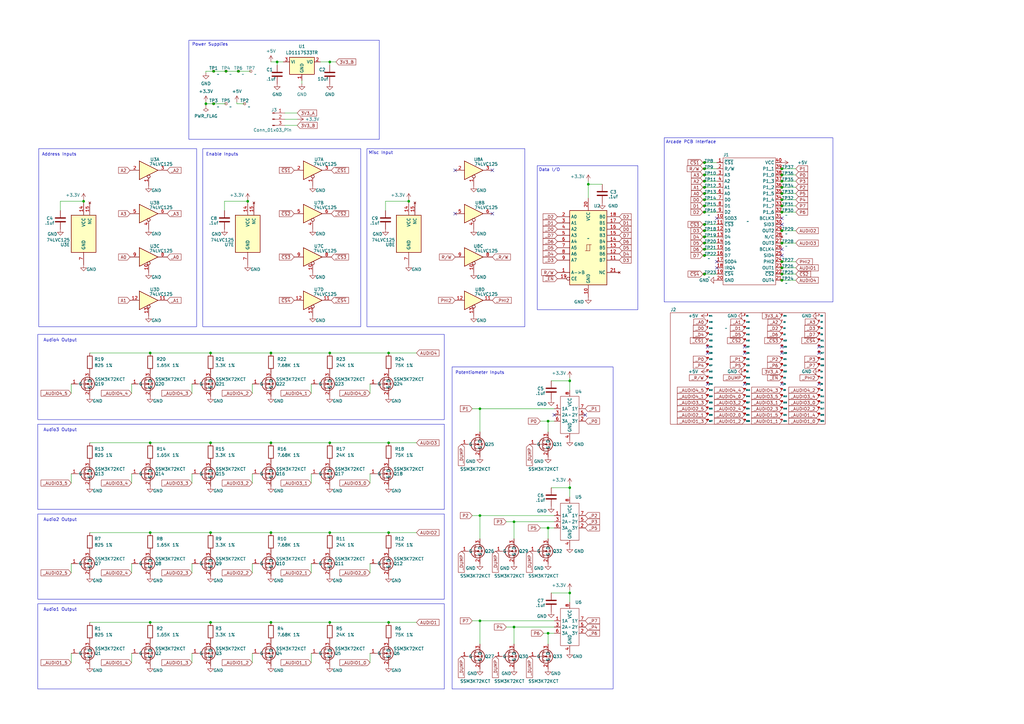
<source format=kicad_sch>
(kicad_sch (version 20230121) (generator eeschema)
  (paper "A3")
  (junction (at 288.925 86.995))
  (junction (at 288.925 76.835))
  (junction (at 320.675 76.835))
  (junction (at 288.925 79.375))
  (junction (at 233.68 200.025))
  (junction (at 159.385 218.44))
  (junction (at 320.675 94.615))
  (junction (at 61.595 218.44))
  (junction (at 320.675 107.315))
  (junction (at 111.125 255.27))
  (junction (at 87.63 29.21))
  (junction (at 135.255 25.4))
  (junction (at 288.925 74.295))
  (junction (at 288.925 104.775))
  (junction (at 288.925 102.235))
  (junction (at 210.82 213.995))
  (junction (at 111.125 218.44))
  (junction (at 196.85 167.64))
  (junction (at 159.385 255.27))
  (junction (at 167.64 82.55))
  (junction (at 111.125 144.78))
  (junction (at 224.79 259.715))
  (junction (at 320.675 112.395))
  (junction (at 320.675 109.855))
  (junction (at 34.29 82.55))
  (junction (at 97.79 29.21))
  (junction (at 288.925 66.675))
  (junction (at 288.925 84.455))
  (junction (at 61.595 181.61))
  (junction (at 86.36 181.61))
  (junction (at 320.675 81.915))
  (junction (at 233.68 156.21))
  (junction (at 288.925 81.915))
  (junction (at 101.6 82.55))
  (junction (at 86.36 218.44))
  (junction (at 113.665 25.4))
  (junction (at 92.71 29.21))
  (junction (at 288.925 94.615))
  (junction (at 288.925 92.075))
  (junction (at 288.925 97.155))
  (junction (at 196.85 211.455))
  (junction (at 61.595 144.78))
  (junction (at 320.675 74.295))
  (junction (at 135.255 144.78))
  (junction (at 86.36 255.27))
  (junction (at 320.675 86.995))
  (junction (at 135.255 218.44))
  (junction (at 288.925 69.215))
  (junction (at 135.255 181.61))
  (junction (at 288.925 71.755))
  (junction (at 320.675 69.215))
  (junction (at 233.68 243.205))
  (junction (at 210.82 257.175))
  (junction (at 320.675 79.375))
  (junction (at 320.675 71.755))
  (junction (at 135.255 255.27))
  (junction (at 288.925 99.695))
  (junction (at 224.79 172.72))
  (junction (at 241.3 75.565))
  (junction (at 320.675 114.935))
  (junction (at 159.385 144.78))
  (junction (at 288.925 112.395))
  (junction (at 320.675 84.455))
  (junction (at 86.36 144.78))
  (junction (at 159.385 181.61))
  (junction (at 84.455 42.545))
  (junction (at 61.595 255.27))
  (junction (at 87.63 42.545))
  (junction (at 224.79 216.535))
  (junction (at 111.125 181.61))
  (junction (at 320.675 99.695))
  (junction (at 196.85 254.635))
  (no_connect (at 186.69 87.63))
  (no_connect (at 294.005 89.535))
  (no_connect (at 335.915 142.24))
  (no_connect (at 294.005 107.315))
  (no_connect (at 290.195 142.24))
  (no_connect (at 305.435 142.24))
  (no_connect (at 290.195 157.48))
  (no_connect (at 320.675 92.075))
  (no_connect (at 320.675 89.535))
  (no_connect (at 320.675 102.235))
  (no_connect (at 320.675 104.775))
  (no_connect (at 320.675 144.78))
  (no_connect (at 305.435 144.78))
  (no_connect (at 240.03 170.18))
  (no_connect (at 320.675 157.48))
  (no_connect (at 335.915 144.78))
  (no_connect (at 201.93 69.85))
  (no_connect (at 335.915 157.48))
  (no_connect (at 305.435 157.48))
  (no_connect (at 290.195 144.78))
  (no_connect (at 320.675 142.24))
  (no_connect (at 227.33 170.18))
  (no_connect (at 294.005 109.855))
  (no_connect (at 186.69 69.85))
  (no_connect (at 201.93 87.63))
  (wire (pts (xy 210.82 257.175) (xy 210.82 264.16)))
  (wire (pts (xy 288.29 84.455) (xy 288.925 84.455)))
  (wire (pts (xy 103.505 231.14) (xy 103.505 234.95)))
  (wire (pts (xy 196.85 211.455) (xy 196.85 220.98)))
  (wire (pts (xy 288.925 92.075) (xy 294.005 92.075)))
  (wire (pts (xy 227.33 216.535) (xy 224.79 216.535)))
  (wire (pts (xy 226.06 156.21) (xy 233.68 156.21)))
  (wire (pts (xy 288.925 99.695) (xy 294.005 99.695)))
  (wire (pts (xy 36.83 144.78) (xy 61.595 144.78)))
  (wire (pts (xy 87.63 42.545) (xy 92.71 42.545)))
  (wire (pts (xy 224.79 259.715) (xy 224.79 264.16)))
  (wire (pts (xy 127.635 157.48) (xy 127.635 161.29)))
  (wire (pts (xy 196.85 254.635) (xy 196.85 264.16)))
  (wire (pts (xy 113.665 25.4) (xy 113.665 26.67)))
  (wire (pts (xy 135.255 255.27) (xy 159.385 255.27)))
  (wire (pts (xy 34.29 82.55) (xy 24.765 82.55)))
  (wire (pts (xy 320.675 109.855) (xy 326.39 109.855)))
  (wire (pts (xy 34.29 81.915) (xy 34.29 82.55)))
  (wire (pts (xy 135.255 144.78) (xy 159.385 144.78)))
  (wire (pts (xy 241.3 75.565) (xy 247.015 75.565)))
  (wire (pts (xy 135.255 25.4) (xy 135.255 26.67)))
  (wire (pts (xy 61.595 255.27) (xy 86.36 255.27)))
  (wire (pts (xy 53.975 157.48) (xy 53.975 161.29)))
  (wire (pts (xy 36.83 218.44) (xy 61.595 218.44)))
  (wire (pts (xy 288.29 97.155) (xy 288.925 97.155)))
  (wire (pts (xy 288.29 112.395) (xy 288.925 112.395)))
  (wire (pts (xy 103.505 194.31) (xy 103.505 198.12)))
  (wire (pts (xy 86.36 218.44) (xy 111.125 218.44)))
  (wire (pts (xy 121.92 51.435) (xy 116.84 51.435)))
  (wire (pts (xy 84.455 43.18) (xy 84.455 42.545)))
  (wire (pts (xy 227.33 254.635) (xy 196.85 254.635)))
  (wire (pts (xy 111.125 144.78) (xy 135.255 144.78)))
  (wire (pts (xy 36.83 181.61) (xy 61.595 181.61)))
  (wire (pts (xy 101.6 81.915) (xy 101.6 82.55)))
  (wire (pts (xy 29.21 194.31) (xy 29.21 198.12)))
  (wire (pts (xy 227.33 167.64) (xy 196.85 167.64)))
  (wire (pts (xy 288.925 94.615) (xy 294.005 94.615)))
  (wire (pts (xy 127.635 231.14) (xy 127.635 234.95)))
  (wire (pts (xy 227.33 211.455) (xy 196.85 211.455)))
  (wire (pts (xy 288.925 76.835) (xy 294.005 76.835)))
  (wire (pts (xy 288.29 102.235) (xy 288.925 102.235)))
  (wire (pts (xy 226.06 200.025) (xy 233.68 200.025)))
  (wire (pts (xy 29.21 231.14) (xy 29.21 234.95)))
  (wire (pts (xy 111.125 218.44) (xy 135.255 218.44)))
  (wire (pts (xy 78.74 267.97) (xy 78.74 271.78)))
  (wire (pts (xy 121.92 48.895) (xy 116.84 48.895)))
  (wire (pts (xy 288.925 112.395) (xy 294.005 112.395)))
  (wire (pts (xy 84.455 29.845) (xy 84.455 29.21)))
  (wire (pts (xy 86.36 255.27) (xy 111.125 255.27)))
  (wire (pts (xy 151.765 157.48) (xy 151.765 161.29)))
  (wire (pts (xy 159.385 181.61) (xy 170.815 181.61)))
  (wire (pts (xy 103.505 157.48) (xy 103.505 161.29)))
  (wire (pts (xy 224.79 259.715) (xy 227.33 259.715)))
  (wire (pts (xy 226.06 243.205) (xy 233.68 243.205)))
  (wire (pts (xy 288.925 69.215) (xy 294.005 69.215)))
  (wire (pts (xy 113.665 25.4) (xy 116.205 25.4)))
  (wire (pts (xy 320.675 71.755) (xy 326.39 71.755)))
  (wire (pts (xy 288.925 71.755) (xy 294.005 71.755)))
  (wire (pts (xy 193.675 211.455) (xy 196.85 211.455)))
  (wire (pts (xy 227.33 257.175) (xy 210.82 257.175)))
  (wire (pts (xy 86.36 144.78) (xy 111.125 144.78)))
  (wire (pts (xy 241.3 74.295) (xy 241.3 75.565)))
  (wire (pts (xy 78.74 157.48) (xy 78.74 161.29)))
  (wire (pts (xy 288.29 99.695) (xy 288.925 99.695)))
  (wire (pts (xy 167.64 81.915) (xy 167.64 82.55)))
  (wire (pts (xy 320.675 79.375) (xy 326.39 79.375)))
  (wire (pts (xy 227.33 213.995) (xy 210.82 213.995)))
  (wire (pts (xy 127.635 194.31) (xy 127.635 198.12)))
  (wire (pts (xy 34.29 82.55) (xy 34.29 83.185)))
  (wire (pts (xy 151.765 267.97) (xy 151.765 271.78)))
  (wire (pts (xy 320.675 69.215) (xy 326.39 69.215)))
  (wire (pts (xy 92.075 82.55) (xy 92.075 86.36)))
  (wire (pts (xy 24.765 82.55) (xy 24.765 86.36)))
  (wire (pts (xy 288.29 69.215) (xy 288.925 69.215)))
  (wire (pts (xy 193.675 167.64) (xy 196.85 167.64)))
  (wire (pts (xy 101.6 82.55) (xy 92.075 82.55)))
  (wire (pts (xy 111.125 255.27) (xy 135.255 255.27)))
  (wire (pts (xy 221.615 216.535) (xy 224.79 216.535)))
  (wire (pts (xy 288.925 74.295) (xy 294.005 74.295)))
  (wire (pts (xy 158.115 82.55) (xy 158.115 86.36)))
  (wire (pts (xy 233.68 156.21) (xy 233.68 160.02)))
  (wire (pts (xy 320.675 84.455) (xy 326.39 84.455)))
  (wire (pts (xy 288.925 66.675) (xy 294.005 66.675)))
  (wire (pts (xy 29.21 157.48) (xy 29.21 161.29)))
  (wire (pts (xy 320.675 76.835) (xy 326.39 76.835)))
  (wire (pts (xy 224.79 172.72) (xy 224.79 177.165)))
  (wire (pts (xy 233.68 200.025) (xy 233.68 203.835)))
  (wire (pts (xy 233.68 154.94) (xy 233.68 156.21)))
  (wire (pts (xy 224.79 216.535) (xy 224.79 220.98)))
  (wire (pts (xy 288.29 79.375) (xy 288.925 79.375)))
  (wire (pts (xy 121.92 46.355) (xy 116.84 46.355)))
  (wire (pts (xy 123.825 34.29) (xy 123.825 33.02)))
  (wire (pts (xy 288.925 86.995) (xy 294.005 86.995)))
  (wire (pts (xy 61.595 218.44) (xy 86.36 218.44)))
  (wire (pts (xy 207.645 257.175) (xy 210.82 257.175)))
  (wire (pts (xy 78.74 231.14) (xy 78.74 234.95)))
  (wire (pts (xy 135.255 25.4) (xy 137.795 25.4)))
  (wire (pts (xy 233.68 241.935) (xy 233.68 243.205)))
  (wire (pts (xy 167.64 82.55) (xy 158.115 82.55)))
  (wire (pts (xy 53.975 267.97) (xy 53.975 271.78)))
  (wire (pts (xy 159.385 255.27) (xy 170.815 255.27)))
  (wire (pts (xy 111.125 25.4) (xy 113.665 25.4)))
  (wire (pts (xy 103.505 267.97) (xy 103.505 271.78)))
  (wire (pts (xy 87.63 29.21) (xy 92.71 29.21)))
  (wire (pts (xy 288.29 94.615) (xy 288.925 94.615)))
  (wire (pts (xy 111.125 181.61) (xy 135.255 181.61)))
  (wire (pts (xy 36.83 255.27) (xy 61.595 255.27)))
  (wire (pts (xy 222.885 259.715) (xy 224.79 259.715)))
  (wire (pts (xy 97.155 42.545) (xy 100.33 42.545)))
  (wire (pts (xy 288.29 71.755) (xy 288.925 71.755)))
  (wire (pts (xy 53.975 194.31) (xy 53.975 198.12)))
  (wire (pts (xy 320.675 112.395) (xy 326.39 112.395)))
  (wire (pts (xy 320.675 94.615) (xy 326.39 94.615)))
  (wire (pts (xy 78.74 194.31) (xy 78.74 198.12)))
  (wire (pts (xy 135.255 218.44) (xy 159.385 218.44)))
  (wire (pts (xy 84.455 42.545) (xy 84.455 41.91)))
  (wire (pts (xy 288.925 104.775) (xy 294.005 104.775)))
  (wire (pts (xy 288.925 84.455) (xy 294.005 84.455)))
  (wire (pts (xy 233.68 198.755) (xy 233.68 200.025)))
  (wire (pts (xy 288.925 102.235) (xy 294.005 102.235)))
  (wire (pts (xy 288.29 76.835) (xy 288.925 76.835)))
  (wire (pts (xy 288.925 81.915) (xy 294.005 81.915)))
  (wire (pts (xy 131.445 25.4) (xy 135.255 25.4)))
  (wire (pts (xy 97.79 29.21) (xy 102.87 29.21)))
  (wire (pts (xy 97.155 42.545) (xy 97.155 41.91)))
  (wire (pts (xy 84.455 42.545) (xy 87.63 42.545)))
  (wire (pts (xy 320.675 86.995) (xy 326.39 86.995)))
  (wire (pts (xy 320.675 114.935) (xy 326.39 114.935)))
  (wire (pts (xy 135.255 181.61) (xy 159.385 181.61)))
  (wire (pts (xy 207.645 213.995) (xy 210.82 213.995)))
  (wire (pts (xy 127.635 267.97) (xy 127.635 271.78)))
  (wire (pts (xy 320.675 99.695) (xy 326.39 99.695)))
  (wire (pts (xy 288.925 97.155) (xy 294.005 97.155)))
  (wire (pts (xy 61.595 181.61) (xy 86.36 181.61)))
  (wire (pts (xy 320.675 107.315) (xy 326.39 107.315)))
  (wire (pts (xy 221.615 172.72) (xy 224.79 172.72)))
  (wire (pts (xy 288.29 86.995) (xy 288.925 86.995)))
  (wire (pts (xy 288.29 74.295) (xy 288.925 74.295)))
  (wire (pts (xy 320.675 81.915) (xy 326.39 81.915)))
  (wire (pts (xy 92.71 29.21) (xy 97.79 29.21)))
  (wire (pts (xy 159.385 218.44) (xy 170.815 218.44)))
  (wire (pts (xy 151.765 194.31) (xy 151.765 198.12)))
  (wire (pts (xy 288.925 79.375) (xy 294.005 79.375)))
  (wire (pts (xy 288.29 104.775) (xy 288.925 104.775)))
  (wire (pts (xy 288.29 66.675) (xy 288.925 66.675)))
  (wire (pts (xy 193.675 254.635) (xy 196.85 254.635)))
  (wire (pts (xy 29.21 267.97) (xy 29.21 271.78)))
  (wire (pts (xy 196.85 167.64) (xy 196.85 177.165)))
  (wire (pts (xy 241.3 75.565) (xy 241.3 81.28)))
  (wire (pts (xy 167.64 82.55) (xy 167.64 83.185)))
  (wire (pts (xy 61.595 144.78) (xy 86.36 144.78)))
  (wire (pts (xy 288.29 81.915) (xy 288.925 81.915)))
  (wire (pts (xy 159.385 144.78) (xy 170.815 144.78)))
  (wire (pts (xy 233.68 243.205) (xy 233.68 247.015)))
  (wire (pts (xy 151.765 231.14) (xy 151.765 234.95)))
  (wire (pts (xy 101.6 82.55) (xy 101.6 83.185)))
  (wire (pts (xy 84.455 29.21) (xy 87.63 29.21)))
  (wire (pts (xy 320.675 74.295) (xy 326.39 74.295)))
  (wire (pts (xy 210.82 213.995) (xy 210.82 220.98)))
  (wire (pts (xy 227.33 172.72) (xy 224.79 172.72)))
  (wire (pts (xy 86.36 181.61) (xy 111.125 181.61)))
  (wire (pts (xy 288.29 92.075) (xy 288.925 92.075)))
  (wire (pts (xy 53.975 231.14) (xy 53.975 234.95)))
  (rectangle (start 15.494 173.99) (end 182.245 208.915))
  (rectangle (start 15.494 247.65) (end 182.245 282.575))
  (rectangle (start 83.185 60.96) (end 147.955 133.985))
  (rectangle (start 150.495 60.96) (end 215.265 133.985))
  (rectangle (start 15.494 210.82) (end 182.245 245.745))
  (rectangle (start 272.415 56.515) (end 341.63 123.825))
  (rectangle (start 15.494 137.16) (end 182.245 172.085))
  (rectangle (start 220.345 67.945) (end 261.62 127))
  (rectangle (start 15.875 60.96) (end 80.645 133.985))
  (rectangle (start 185.42 150.495) (end 251.46 282.575))
  (rectangle (start 77.47 16.51) (end 155.575 57.15))
  (text "Audio2 Output" (at 17.78 213.995 0) (effects (font (size 1.27 1.27)) (justify left bottom)))
  (text "Data I/O" (at 220.98 70.485 0) (effects (font (size 1.27 1.27)) (justify left bottom)))
  (text "Enable Inputs" (at 84.455 64.135 0) (effects (font (size 1.27 1.27)) (justify left bottom)))
  (text "Address Inputs" (at 17.145 64.135 0) (effects (font (size 1.27 1.27)) (justify left bottom)))
  (text "Audio4 Output" (at 17.78 140.335 0) (effects (font (size 1.27 1.27)) (justify left bottom)))
  (text "Potentiometer Inputs" (at 186.69 153.67 0) (effects (font (size 1.27 1.27)) (justify left bottom)))
  (text "Audio3 Output" (at 17.78 177.165 0) (effects (font (size 1.27 1.27)) (justify left bottom)))
  (text "Audio1 Output" (at 17.78 250.825 0) (effects (font (size 1.27 1.27)) (justify left bottom)))
  (text "Power Supplies" (at 78.74 19.05 0) (effects (font (size 1.27 1.27)) (justify left bottom)))
  (text "Misc Input" (at 151.13 63.5 0) (effects (font (size 1.27 1.27)) (justify left bottom)))
  (text "Arcade PCB Interface" (at 273.05 59.055 0) (effects (font (size 1.27 1.27)) (justify left bottom)))
  (global_label "_AUDIO3_1" (shape input) (at 320.675 165.1 180) (property "Intersheetrefs" "${INTERSHEET_REFS}" (effects hide)))
  (global_label "_A1" (shape input) (at 305.435 132.08 180) (property "Intersheetrefs" "${INTERSHEET_REFS}" (effects hide)))
  (global_label "3V3_B" (shape input) (at 121.92 51.435 0) (property "Intersheetrefs" "${INTERSHEET_REFS}" (effects hide)))
  (global_label "~{CS1}" (shape input) (at 120.65 69.85 180) (property "Intersheetrefs" "${INTERSHEET_REFS}" (effects hide)))
  (global_label "_D1" (shape input) (at 305.435 134.62 180) (property "Intersheetrefs" "${INTERSHEET_REFS}" (effects hide)))
  (global_label "_P2" (shape input) (at 240.03 211.455 0) (property "Intersheetrefs" "${INTERSHEET_REFS}" (effects hide)))
  (global_label "_AUDIO2_2" (shape input) (at 103.505 234.95 180) (property "Intersheetrefs" "${INTERSHEET_REFS}" (effects hide)))
  (global_label "_AUDIO1_5" (shape input) (at 29.21 271.78 180) (property "Intersheetrefs" "${INTERSHEET_REFS}" (effects hide)))
  (global_label "_AUDIO2_4" (shape input) (at 53.975 234.95 180) (property "Intersheetrefs" "${INTERSHEET_REFS}" (effects hide)))
  (global_label "_AUDIO1_1" (shape input) (at 320.675 172.72 180) (property "Intersheetrefs" "${INTERSHEET_REFS}" (effects hide)))
  (global_label "P3" (shape input) (at 326.39 74.295 0) (property "Intersheetrefs" "${INTERSHEET_REFS}" (effects hide)))
  (global_label "AUDIO2" (shape input) (at 170.815 218.44 0) (property "Intersheetrefs" "${INTERSHEET_REFS}" (effects hide)))
  (global_label "P6" (shape input) (at 222.885 259.715 180) (property "Intersheetrefs" "${INTERSHEET_REFS}" (effects hide)))
  (global_label "_DUMP" (shape input) (at 203.2 226.06 270) (property "Intersheetrefs" "${INTERSHEET_REFS}" (effects hide)))
  (global_label "AUDIO4" (shape input) (at 170.815 144.78 0) (property "Intersheetrefs" "${INTERSHEET_REFS}" (effects hide)))
  (global_label "_AUDIO4_5" (shape input) (at 290.195 160.02 180) (property "Intersheetrefs" "${INTERSHEET_REFS}" (effects hide)))
  (global_label "_DUMP" (shape input) (at 217.17 269.24 270) (property "Intersheetrefs" "${INTERSHEET_REFS}" (effects hide)))
  (global_label "D7" (shape input) (at 288.29 104.775 180) (property "Intersheetrefs" "${INTERSHEET_REFS}" (effects hide)))
  (global_label "~{CS4}" (shape input) (at 120.65 123.19 180) (property "Intersheetrefs" "${INTERSHEET_REFS}" (effects hide)))
  (global_label "P1" (shape input) (at 193.675 167.64 180) (property "Intersheetrefs" "${INTERSHEET_REFS}" (effects hide)))
  (global_label "P7" (shape input) (at 326.39 84.455 0) (property "Intersheetrefs" "${INTERSHEET_REFS}" (effects hide)))
  (global_label "_AUDIO3_3" (shape input) (at 290.195 165.1 180) (property "Intersheetrefs" "${INTERSHEET_REFS}" (effects hide)))
  (global_label "_AUDIO4_2" (shape input) (at 335.915 160.02 180) (property "Intersheetrefs" "${INTERSHEET_REFS}" (effects hide)))
  (global_label "_A3" (shape input) (at 68.58 87.63 0) (property "Intersheetrefs" "${INTERSHEET_REFS}" (effects hide)))
  (global_label "D5" (shape input) (at 254 101.6 0) (property "Intersheetrefs" "${INTERSHEET_REFS}" (effects hide)))
  (global_label "_AUDIO4_2" (shape input) (at 103.505 161.29 180) (property "Intersheetrefs" "${INTERSHEET_REFS}" (effects hide)))
  (global_label "D2" (shape input) (at 288.29 86.995 180) (property "Intersheetrefs" "${INTERSHEET_REFS}" (effects hide)))
  (global_label "_A3" (shape input) (at 335.915 132.08 180) (property "Intersheetrefs" "${INTERSHEET_REFS}" (effects hide)))
  (global_label "A3" (shape input) (at 288.29 71.755 180) (property "Intersheetrefs" "${INTERSHEET_REFS}" (effects hide)))
  (global_label "~{_CS4}" (shape input) (at 335.915 139.7 180) (property "Intersheetrefs" "${INTERSHEET_REFS}" (effects hide)))
  (global_label "R{slash}W" (shape input) (at 186.69 105.41 180) (property "Intersheetrefs" "${INTERSHEET_REFS}" (effects hide)))
  (global_label "A1" (shape input) (at 288.29 76.835 180) (property "Intersheetrefs" "${INTERSHEET_REFS}" (effects hide)))
  (global_label "_P3" (shape input) (at 240.03 213.995 0) (property "Intersheetrefs" "${INTERSHEET_REFS}" (effects hide)))
  (global_label "_AUDIO3_4" (shape input) (at 335.915 162.56 180) (property "Intersheetrefs" "${INTERSHEET_REFS}" (effects hide)))
  (global_label "AUDIO1" (shape input) (at 326.39 109.855 0) (property "Intersheetrefs" "${INTERSHEET_REFS}" (effects hide)))
  (global_label "D3" (shape input) (at 288.29 94.615 180) (property "Intersheetrefs" "${INTERSHEET_REFS}" (effects hide)))
  (global_label "_P5" (shape input) (at 240.03 216.535 0) (property "Intersheetrefs" "${INTERSHEET_REFS}" (effects hide)))
  (global_label "_D5" (shape input) (at 228.6 101.6 180) (property "Intersheetrefs" "${INTERSHEET_REFS}" (effects hide)))
  (global_label "_D7" (shape input) (at 228.6 96.52 180) (property "Intersheetrefs" "${INTERSHEET_REFS}" (effects hide)))
  (global_label "_AUDIO2_4" (shape input) (at 305.435 167.64 180) (property "Intersheetrefs" "${INTERSHEET_REFS}" (effects hide)))
  (global_label "_AUDIO3_2" (shape input) (at 305.435 165.1 180) (property "Intersheetrefs" "${INTERSHEET_REFS}" (effects hide)))
  (global_label "A1" (shape input) (at 53.34 123.19 180) (property "Intersheetrefs" "${INTERSHEET_REFS}" (effects hide)))
  (global_label "_AUDIO4_4" (shape input) (at 53.975 161.29 180) (property "Intersheetrefs" "${INTERSHEET_REFS}" (effects hide)))
  (global_label "AUDIO4" (shape input) (at 326.39 114.935 0) (property "Intersheetrefs" "${INTERSHEET_REFS}" (effects hide)))
  (global_label "_AUDIO4_4" (shape input) (at 305.435 160.02 180) (property "Intersheetrefs" "${INTERSHEET_REFS}" (effects hide)))
  (global_label "_AUDIO1_2" (shape input) (at 103.505 271.78 180) (property "Intersheetrefs" "${INTERSHEET_REFS}" (effects hide)))
  (global_label "_P1" (shape input) (at 240.03 167.64 0) (property "Intersheetrefs" "${INTERSHEET_REFS}" (effects hide)))
  (global_label "_DUMP" (shape input) (at 189.23 182.245 270) (property "Intersheetrefs" "${INTERSHEET_REFS}" (effects hide)))
  (global_label "~{_CS3}" (shape input) (at 135.89 105.41 0) (property "Intersheetrefs" "${INTERSHEET_REFS}" (effects hide)))
  (global_label "_DUMP" (shape input) (at 189.23 269.24 270) (property "Intersheetrefs" "${INTERSHEET_REFS}" (effects hide)))
  (global_label "_AUDIO3_0" (shape input) (at 151.765 198.12 180) (property "Intersheetrefs" "${INTERSHEET_REFS}" (effects hide)))
  (global_label "_D4" (shape input) (at 228.6 104.14 180) (property "Intersheetrefs" "${INTERSHEET_REFS}" (effects hide)))
  (global_label "_D6" (shape input) (at 320.675 137.16 180) (property "Intersheetrefs" "${INTERSHEET_REFS}" (effects hide)))
  (global_label "P5" (shape input) (at 326.39 79.375 0) (property "Intersheetrefs" "${INTERSHEET_REFS}" (effects hide)))
  (global_label "_AUDIO3_1" (shape input) (at 127.635 198.12 180) (property "Intersheetrefs" "${INTERSHEET_REFS}" (effects hide)))
  (global_label "P1" (shape input) (at 326.39 69.215 0) (property "Intersheetrefs" "${INTERSHEET_REFS}" (effects hide)))
  (global_label "_PHI2" (shape input) (at 201.93 123.19 0) (property "Intersheetrefs" "${INTERSHEET_REFS}" (effects hide)))
  (global_label "~{_CS2}" (shape input) (at 305.435 139.7 180) (property "Intersheetrefs" "${INTERSHEET_REFS}" (effects hide)))
  (global_label "_P0" (shape input) (at 290.195 147.32 180) (property "Intersheetrefs" "${INTERSHEET_REFS}" (effects hide)))
  (global_label "~{_EN}" (shape input) (at 228.6 114.3 180) (property "Intersheetrefs" "${INTERSHEET_REFS}" (effects hide)))
  (global_label "A2" (shape input) (at 53.34 69.85 180) (property "Intersheetrefs" "${INTERSHEET_REFS}" (effects hide)))
  (global_label "P0" (shape input) (at 326.39 71.755 0) (property "Intersheetrefs" "${INTERSHEET_REFS}" (effects hide)))
  (global_label "3V3_A" (shape input) (at 320.675 152.4 180) (property "Intersheetrefs" "${INTERSHEET_REFS}" (effects hide)))
  (global_label "~{_CS3}" (shape input) (at 320.675 139.7 180) (property "Intersheetrefs" "${INTERSHEET_REFS}" (effects hide)))
  (global_label "PHI2" (shape input) (at 186.69 123.19 180) (property "Intersheetrefs" "${INTERSHEET_REFS}" (effects hide)))
  (global_label "_AUDIO3_5" (shape input) (at 29.21 198.12 180) (property "Intersheetrefs" "${INTERSHEET_REFS}" (effects hide)))
  (global_label "_DUMP" (shape input) (at 217.17 182.245 270) (property "Intersheetrefs" "${INTERSHEET_REFS}" (effects hide)))
  (global_label "_P3" (shape input) (at 335.915 147.32 180) (property "Intersheetrefs" "${INTERSHEET_REFS}" (effects hide)))
  (global_label "D4" (shape input) (at 254 104.14 0) (property "Intersheetrefs" "${INTERSHEET_REFS}" (effects hide)))
  (global_label "_AUDIO4_0" (shape input) (at 305.435 162.56 180) (property "Intersheetrefs" "${INTERSHEET_REFS}" (effects hide)))
  (global_label "_AUDIO1_5" (shape input) (at 320.675 170.18 180) (property "Intersheetrefs" "${INTERSHEET_REFS}" (effects hide)))
  (global_label "P7" (shape input) (at 193.675 254.635 180) (property "Intersheetrefs" "${INTERSHEET_REFS}" (effects hide)))
  (global_label "_A0" (shape input) (at 68.58 105.41 0) (property "Intersheetrefs" "${INTERSHEET_REFS}" (effects hide)))
  (global_label "D1" (shape input) (at 288.29 84.455 180) (property "Intersheetrefs" "${INTERSHEET_REFS}" (effects hide)))
  (global_label "_AUDIO1_1" (shape input) (at 127.635 271.78 180) (property "Intersheetrefs" "${INTERSHEET_REFS}" (effects hide)))
  (global_label "_AUDIO3_3" (shape input) (at 78.74 198.12 180) (property "Intersheetrefs" "${INTERSHEET_REFS}" (effects hide)))
  (global_label "_P7" (shape input) (at 240.03 254.635 0) (property "Intersheetrefs" "${INTERSHEET_REFS}" (effects hide)))
  (global_label "~{_CS2}" (shape input) (at 135.89 87.63 0) (property "Intersheetrefs" "${INTERSHEET_REFS}" (effects hide)))
  (global_label "D6" (shape input) (at 288.29 102.235 180) (property "Intersheetrefs" "${INTERSHEET_REFS}" (effects hide)))
  (global_label "D7" (shape input) (at 254 96.52 0) (property "Intersheetrefs" "${INTERSHEET_REFS}" (effects hide)))
  (global_label "~{_CS1}" (shape input) (at 290.195 139.7 180) (property "Intersheetrefs" "${INTERSHEET_REFS}" (effects hide)))
  (global_label "_AUDIO4_1" (shape input) (at 290.195 162.56 180) (property "Intersheetrefs" "${INTERSHEET_REFS}" (effects hide)))
  (global_label "~{_CS1}" (shape input) (at 135.89 69.85 0) (property "Intersheetrefs" "${INTERSHEET_REFS}" (effects hide)))
  (global_label "_AUDIO2_5" (shape input) (at 290.195 167.64 180) (property "Intersheetrefs" "${INTERSHEET_REFS}" (effects hide)))
  (global_label "_AUDIO3_4" (shape input) (at 53.975 198.12 180) (property "Intersheetrefs" "${INTERSHEET_REFS}" (effects hide)))
  (global_label "_D0" (shape input) (at 290.195 134.62 180) (property "Intersheetrefs" "${INTERSHEET_REFS}" (effects hide)))
  (global_label "R{slash}W" (shape input) (at 288.29 69.215 180) (property "Intersheetrefs" "${INTERSHEET_REFS}" (effects hide)))
  (global_label "_AUDIO1_3" (shape input) (at 290.195 172.72 180) (property "Intersheetrefs" "${INTERSHEET_REFS}" (effects hide)))
  (global_label "~{CS3}" (shape input) (at 288.29 92.075 180) (property "Intersheetrefs" "${INTERSHEET_REFS}" (effects hide)))
  (global_label "_P1" (shape input) (at 305.435 147.32 180) (property "Intersheetrefs" "${INTERSHEET_REFS}" (effects hide)))
  (global_label "_AUDIO3_5" (shape input) (at 320.675 162.56 180) (property "Intersheetrefs" "${INTERSHEET_REFS}" (effects hide)))
  (global_label "_DUMP" (shape input) (at 305.435 154.94 180) (property "Intersheetrefs" "${INTERSHEET_REFS}" (effects hide)))
  (global_label "_D6" (shape input) (at 228.6 99.06 180) (property "Intersheetrefs" "${INTERSHEET_REFS}" (effects hide)))
  (global_label "_A2" (shape input) (at 320.675 132.08 180) (property "Intersheetrefs" "${INTERSHEET_REFS}" (effects hide)))
  (global_label "_P0" (shape input) (at 240.03 172.72 0) (property "Intersheetrefs" "${INTERSHEET_REFS}" (effects hide)))
  (global_label "_DUMP" (shape input) (at 203.2 269.24 270) (property "Intersheetrefs" "${INTERSHEET_REFS}" (effects hide)))
  (global_label "_D2" (shape input) (at 320.675 134.62 180) (property "Intersheetrefs" "${INTERSHEET_REFS}" (effects hide)))
  (global_label "A0" (shape input) (at 288.29 79.375 180) (property "Intersheetrefs" "${INTERSHEET_REFS}" (effects hide)))
  (global_label "_AUDIO2_0" (shape input) (at 151.765 234.95 180) (property "Intersheetrefs" "${INTERSHEET_REFS}" (effects hide)))
  (global_label "~{CS2}" (shape input) (at 326.39 112.395 0) (property "Intersheetrefs" "${INTERSHEET_REFS}" (effects hide)))
  (global_label "_R{slash}W" (shape input) (at 290.195 154.94 180) (property "Intersheetrefs" "${INTERSHEET_REFS}" (effects hide)))
  (global_label "_AUDIO2_3" (shape input) (at 320.675 167.64 180) (property "Intersheetrefs" "${INTERSHEET_REFS}" (effects hide)))
  (global_label "3V3_A" (shape input) (at 121.92 46.355 0) (property "Intersheetrefs" "${INTERSHEET_REFS}" (effects hide)))
  (global_label "_DUMP" (shape input) (at 189.23 226.06 270) (property "Intersheetrefs" "${INTERSHEET_REFS}" (effects hide)))
  (global_label "_D3" (shape input) (at 228.6 106.68 180) (property "Intersheetrefs" "${INTERSHEET_REFS}" (effects hide)))
  (global_label "D2" (shape input) (at 254 88.9 0) (property "Intersheetrefs" "${INTERSHEET_REFS}" (effects hide)))
  (global_label "3V3_A" (shape input) (at 320.675 129.54 180) (property "Intersheetrefs" "${INTERSHEET_REFS}" (effects hide)))
  (global_label "D1" (shape input) (at 254 91.44 0) (property "Intersheetrefs" "${INTERSHEET_REFS}" (effects hide)))
  (global_label "_AUDIO2_5" (shape input) (at 29.21 234.95 180) (property "Intersheetrefs" "${INTERSHEET_REFS}" (effects hide)))
  (global_label "~{CS1}" (shape input) (at 288.29 66.675 180) (property "Intersheetrefs" "${INTERSHEET_REFS}" (effects hide)))
  (global_label "D5" (shape input) (at 288.29 99.695 180) (property "Intersheetrefs" "${INTERSHEET_REFS}" (effects hide)))
  (global_label "_AUDIO2_1" (shape input) (at 290.195 170.18 180) (property "Intersheetrefs" "${INTERSHEET_REFS}" (effects hide)))
  (global_label "A0" (shape input) (at 53.34 105.41 180) (property "Intersheetrefs" "${INTERSHEET_REFS}" (effects hide)))
  (global_label "_AUDIO4_0" (shape input) (at 151.765 161.29 180) (property "Intersheetrefs" "${INTERSHEET_REFS}" (effects hide)))
  (global_label "_P4" (shape input) (at 290.195 149.86 180) (property "Intersheetrefs" "${INTERSHEET_REFS}" (effects hide)))
  (global_label "_R{slash}W" (shape input) (at 201.93 105.41 0) (property "Intersheetrefs" "${INTERSHEET_REFS}" (effects hide)))
  (global_label "D6" (shape input) (at 254 99.06 0) (property "Intersheetrefs" "${INTERSHEET_REFS}" (effects hide)))
  (global_label "~{CS4}" (shape input) (at 288.29 112.395 180) (property "Intersheetrefs" "${INTERSHEET_REFS}" (effects hide)))
  (global_label "_AUDIO4_3" (shape input) (at 78.74 161.29 180) (property "Intersheetrefs" "${INTERSHEET_REFS}" (effects hide)))
  (global_label "_P4" (shape input) (at 240.03 257.175 0) (property "Intersheetrefs" "${INTERSHEET_REFS}" (effects hide)))
  (global_label "_AUDIO1_3" (shape input) (at 78.74 271.78 180) (property "Intersheetrefs" "${INTERSHEET_REFS}" (effects hide)))
  (global_label "PHI2" (shape input) (at 326.39 107.315 0) (property "Intersheetrefs" "${INTERSHEET_REFS}" (effects hide)))
  (global_label "_AUDIO2_3" (shape input) (at 78.74 234.95 180) (property "Intersheetrefs" "${INTERSHEET_REFS}" (effects hide)))
  (global_label "_DUMP" (shape input) (at 217.17 226.06 270) (property "Intersheetrefs" "${INTERSHEET_REFS}" (effects hide)))
  (global_label "_AUDIO1_0" (shape input) (at 151.765 271.78 180) (property "Intersheetrefs" "${INTERSHEET_REFS}" (effects hide)))
  (global_label "_AUDIO2_1" (shape input) (at 127.635 234.95 180) (property "Intersheetrefs" "${INTERSHEET_REFS}" (effects hide)))
  (global_label "_P7" (shape input) (at 335.915 149.86 180) (property "Intersheetrefs" "${INTERSHEET_REFS}" (effects hide)))
  (global_label "~{CS2}" (shape input) (at 120.65 87.63 180) (property "Intersheetrefs" "${INTERSHEET_REFS}" (effects hide)))
  (global_label "_D1" (shape input) (at 228.6 91.44 180) (property "Intersheetrefs" "${INTERSHEET_REFS}" (effects hide)))
  (global_label "P3" (shape input) (at 207.645 213.995 180) (property "Intersheetrefs" "${INTERSHEET_REFS}" (effects hide)))
  (global_label "_P5" (shape input) (at 305.435 149.86 180) (property "Intersheetrefs" "${INTERSHEET_REFS}" (effects hide)))
  (global_label "_AUDIO3_0" (shape input) (at 335.915 165.1 180) (property "Intersheetrefs" "${INTERSHEET_REFS}" (effects hide)))
  (global_label "_A1" (shape input) (at 68.58 123.19 0) (property "Intersheetrefs" "${INTERSHEET_REFS}" (effects hide)))
  (global_label "_P2" (shape input) (at 320.675 147.32 180) (property "Intersheetrefs" "${INTERSHEET_REFS}" (effects hide)))
  (global_label "_PHI2" (shape input) (at 335.915 154.94 180) (property "Intersheetrefs" "${INTERSHEET_REFS}" (effects hide)))
  (global_label "P0" (shape input) (at 221.615 172.72 180) (property "Intersheetrefs" "${INTERSHEET_REFS}" (effects hide)))
  (global_label "_A0" (shape input) (at 290.195 132.08 180) (property "Intersheetrefs" "${INTERSHEET_REFS}" (effects hide)))
  (global_label "P2" (shape input) (at 193.675 211.455 180) (property "Intersheetrefs" "${INTERSHEET_REFS}" (effects hide)))
  (global_label "_AUDIO4_3" (shape input) (at 320.675 160.02 180) (property "Intersheetrefs" "${INTERSHEET_REFS}" (effects hide)))
  (global_label "_AUDIO1_2" (shape input) (at 305.435 172.72 180) (property "Intersheetrefs" "${INTERSHEET_REFS}" (effects hide)))
  (global_label "_P6" (shape input) (at 320.675 149.86 180) (property "Intersheetrefs" "${INTERSHEET_REFS}" (effects hide)))
  (global_label "_D0" (shape input) (at 228.6 93.98 180) (property "Intersheetrefs" "${INTERSHEET_REFS}" (effects hide)))
  (global_label "D0" (shape input) (at 254 93.98 0) (property "Intersheetrefs" "${INTERSHEET_REFS}" (effects hide)))
  (global_label "_AUDIO1_4" (shape input) (at 335.915 170.18 180) (property "Intersheetrefs" "${INTERSHEET_REFS}" (effects hide)))
  (global_label "D0" (shape input) (at 288.29 81.915 180) (property "Intersheetrefs" "${INTERSHEET_REFS}" (effects hide)))
  (global_label "AUDIO2" (shape input) (at 326.39 94.615 0) (property "Intersheetrefs" "${INTERSHEET_REFS}" (effects hide)))
  (global_label "_D2" (shape input) (at 228.6 88.9 180) (property "Intersheetrefs" "${INTERSHEET_REFS}" (effects hide)))
  (global_label "P5" (shape input) (at 221.615 216.535 180) (property "Intersheetrefs" "${INTERSHEET_REFS}" (effects hide)))
  (global_label "AUDIO1" (shape input) (at 170.815 255.27 0) (property "Intersheetrefs" "${INTERSHEET_REFS}" (effects hide)))
  (global_label "P2" (shape input) (at 326.39 76.835 0) (property "Intersheetrefs" "${INTERSHEET_REFS}" (effects hide)))
  (global_label "_AUDIO2_2" (shape input) (at 335.915 167.64 180) (property "Intersheetrefs" "${INTERSHEET_REFS}" (effects hide)))
  (global_label "_AUDIO4_1" (shape input) (at 127.635 161.29 180) (property "Intersheetrefs" "${INTERSHEET_REFS}" (effects hide)))
  (global_label "AUDIO3" (shape input) (at 326.39 99.695 0) (property "Intersheetrefs" "${INTERSHEET_REFS}" (effects hide)))
  (global_label "_D4" (shape input) (at 290.195 137.16 180) (property "Intersheetrefs" "${INTERSHEET_REFS}" (effects hide)))
  (global_label "P4" (shape input) (at 326.39 81.915 0) (property "Intersheetrefs" "${INTERSHEET_REFS}" (effects hide)))
  (global_label "_AUDIO1_4" (shape input) (at 53.975 271.78 180) (property "Intersheetrefs" "${INTERSHEET_REFS}" (effects hide)))
  (global_label "~{_EN}" (shape input) (at 320.675 154.94 180) (property "Intersheetrefs" "${INTERSHEET_REFS}" (effects hide)))
  (global_label "D3" (shape input) (at 254 106.68 0) (property "Intersheetrefs" "${INTERSHEET_REFS}" (effects hide)))
  (global_label "_P6" (shape input) (at 240.03 259.715 0) (property "Intersheetrefs" "${INTERSHEET_REFS}" (effects hide)))
  (global_label "_D5" (shape input) (at 305.435 137.16 180) (property "Intersheetrefs" "${INTERSHEET_REFS}" (effects hide)))
  (global_label "D4" (shape input) (at 288.29 97.155 180) (property "Intersheetrefs" "${INTERSHEET_REFS}" (effects hide)))
  (global_label "3V3_B" (shape input) (at 137.795 25.4 0) (property "Intersheetrefs" "${INTERSHEET_REFS}" (effects hide)))
  (global_label "~{CS3}" (shape input) (at 120.65 105.41 180) (property "Intersheetrefs" "${INTERSHEET_REFS}" (effects hide)))
  (global_label "R{slash}W" (shape input) (at 228.6 111.76 180) (property "Intersheetrefs" "${INTERSHEET_REFS}" (effects hide)))
  (global_label "A2" (shape input) (at 288.29 74.295 180) (property "Intersheetrefs" "${INTERSHEET_REFS}" (effects hide)))
  (global_label "_D7" (shape input) (at 335.915 137.16 180) (property "Intersheetrefs" "${INTERSHEET_REFS}" (effects hide)))
  (global_label "~{_CS4}" (shape input) (at 135.89 123.19 0) (property "Intersheetrefs" "${INTERSHEET_REFS}" (effects hide)))
  (global_label "_AUDIO3_2" (shape input) (at 103.505 198.12 180) (property "Intersheetrefs" "${INTERSHEET_REFS}" (effects hide)))
  (global_label "_AUDIO1_0" (shape input) (at 335.915 172.72 180) (property "Intersheetrefs" "${INTERSHEET_REFS}" (effects hide)))
  (global_label "_AUDIO4_5" (shape input) (at 29.21 161.29 180) (property "Intersheetrefs" "${INTERSHEET_REFS}" (effects hide)))
  (global_label "A3" (shape input) (at 53.34 87.63 180) (property "Intersheetrefs" "${INTERSHEET_REFS}" (effects hide)))
  (global_label "_D3" (shape input) (at 335.915 134.62 180) (property "Intersheetrefs" "${INTERSHEET_REFS}" (effects hide)))
  (global_label "_A2" (shape input) (at 68.58 69.85 0) (property "Intersheetrefs" "${INTERSHEET_REFS}" (effects hide)))
  (global_label "P4" (shape input) (at 207.645 257.175 180) (property "Intersheetrefs" "${INTERSHEET_REFS}" (effects hide)))
  (global_label "AUDIO3" (shape input) (at 170.815 181.61 0) (property "Intersheetrefs" "${INTERSHEET_REFS}" (effects hide)))
  (global_label "_AUDIO2_0" (shape input) (at 305.435 170.18 180) (property "Intersheetrefs" "${INTERSHEET_REFS}" (effects hide)))
  (global_label "P6" (shape input) (at 326.39 86.995 0) (property "Intersheetrefs" "${INTERSHEET_REFS}" (effects hide)))
  (symbol (lib_id "POKEY:74LVC245") (at 241.3 100.33 0) (unit 1)
    (property "Reference" "U2" (at 243.4941 84.455 0) (effects (justify left)))
    (property "Value" "~" (at 241.3 97.79 0))
    (property "Footprint" "POKEY_Footprints:VQFN20_RKS_TEX" (effects hide))
  )
  (symbol (lib_id "POKEY:MOSFET1") (at 86.36 231.14 0) (unit 1)
    (property "Reference" "Q9" (at 88.265 231.14 0) (effects (justify left)))
    (property "Value" "SSM3K72KCT" (at 94.615 229.235 0))
    (property "Footprint" "POKEY_Footprints:CST3_TOS" (effects hide))
  )
  (symbol (lib_id "power:+3.3V") (at 241.3 74.295 0) (unit 1)
    (property "Reference" "#PWR045" (effects hide))
    (property "Value" "+3.3V" (at 236.855 72.39 0))
  )
  (symbol (lib_id "Device:R") (at 135.255 222.25 0) (unit 1)
    (property "Reference" "R11" (at 137.795 220.98 0) (effects (justify left)))
    (property "Value" "24K 1%" (at 137.795 223.52 0) (effects (justify left)))
    (property "Footprint" "Resistor_SMD:R_0201_0603Metric" (effects hide))
  )
  (symbol (lib_id "Connector:TestPoint_Small") (at 100.33 42.545 0) (unit 1)
    (property "Reference" "TP2" (at 98.425 41.275 0) (effects (justify left)))
    (property "Value" "~" (at 101.6 43.815 0) (effects (justify left)))
    (property "Footprint" "POKEY_Footprints:TP" (effects hide))
  )
  (symbol (lib_id "power:GND") (at 247.015 83.185 0) (unit 1)
    (property "Reference" "#PWR047" (effects hide))
    (property "Value" "GND" (at 251.46 84.455 0))
  )
  (symbol (lib_id "Device:R") (at 86.36 259.08 0) (unit 1)
    (property "Reference" "R3" (at 88.265 257.81 0) (effects (justify left)))
    (property "Value" "3.3K 1%" (at 88.265 260.35 0) (effects (justify left)))
    (property "Footprint" "Resistor_SMD:R_0201_0603Metric" (effects hide))
  )
  (symbol (lib_id "POKEY:Proto_Con") (at 306.705 151.13 0) (unit 1)
    (property "Reference" "J2" (at 274.955 127 0) (effects (justify left)))
    (property "Value" "~" (at 297.815 134.62 0))
    (property "Footprint" "POKEY_Footprints:Proto-72Pin" (effects hide))
  )
  (symbol (lib_id "Connector:TestPoint_Small") (at 92.71 42.545 0) (unit 1)
    (property "Reference" "TP5" (at 90.805 41.275 0) (effects (justify left)))
    (property "Value" "~" (at 93.98 43.815 0) (effects (justify left)))
    (property "Footprint" "POKEY_Footprints:TP" (effects hide))
  )
  (symbol (lib_id "POKEY:MOSFET1") (at 111.125 194.31 0) (unit 1)
    (property "Reference" "Q16" (at 113.03 194.31 0) (effects (justify left)))
    (property "Value" "SSM3K72KCT" (at 119.38 192.405 0))
    (property "Footprint" "POKEY_Footprints:CST3_TOS" (effects hide))
  )
  (symbol (lib_id "Connector:TestPoint_Small") (at 288.925 99.695 0) (unit 1)
    (property "Reference" "TP20" (at 288.925 99.06 0) (effects (justify left)))
    (property "Value" "~" (at 290.195 100.965 0) (effects (justify left)))
    (property "Footprint" "POKEY_Footprints:TP" (effects hide))
  )
  (symbol (lib_name "GND_1") (lib_id "power:GND") (at 226.06 163.83 0) (unit 1)
    (property "Reference" "#PWR060" (effects hide))
    (property "Value" "GND" (at 222.25 165.735 0))
  )
  (symbol (lib_id "POKEY:MOSFET1") (at 111.125 267.97 0) (unit 1)
    (property "Reference" "Q4" (at 113.03 267.97 0) (effects (justify left)))
    (property "Value" "SSM3K72KCT" (at 119.38 266.065 0))
    (property "Footprint" "POKEY_Footprints:CST3_TOS" (effects hide))
  )
  (symbol (lib_id "Device:C") (at 247.015 79.375 0) (unit 1)
    (property "Reference" "C3" (at 250.19 78.74 0) (effects (justify left)))
    (property "Value" ".1uf" (at 249.555 80.645 0) (effects (justify left)))
    (property "Footprint" "Capacitor_SMD:C_0201_0603Metric" (effects hide))
  )
  (symbol (lib_name "GND_1") (lib_id "power:GND") (at 111.125 199.39 0) (unit 1)
    (property "Reference" "#PWR018" (effects hide))
    (property "Value" "GND" (at 114.3 201.295 0))
  )
  (symbol (lib_name "+3.3V_2") (lib_id "power:+3.3V") (at 121.92 48.895 270) (unit 1)
    (property "Reference" "#PWR038" (effects hide))
    (property "Value" "+3.3V" (at 125.095 48.895 90) (effects (justify left)))
  )
  (symbol (lib_id "POKEY:MOSFET1") (at 210.82 226.06 0) (unit 1)
    (property "Reference" "Q29" (at 212.725 226.06 0) (effects (justify left)))
    (property "Value" "SSM3K72KCT" (at 208.915 236.22 0))
    (property "Footprint" "POKEY_Footprints:CST3_TOS" (effects hide))
  )
  (symbol (lib_id "POKEY:74LVC125") (at 194.31 69.85 0) (unit 1)
    (property "Reference" "U8" (at 196.215 65.405 0))
    (property "Value" "74LVC125" (at 199.39 67.31 0))
    (property "Footprint" "POKEY_Footprints:DHVQFN14_SOT762-1_NEX" (effects hide))
    (property "Datasheet" "http://www.ti.com/lit/gpn/sn74LVC125" (effects hide))
  )
  (symbol (lib_id "POKEY:MOSFET1") (at 135.255 157.48 0) (unit 1)
    (property "Reference" "Q23" (at 137.16 157.48 0) (effects (justify left)))
    (property "Value" "SSM3K72KCT" (at 143.51 155.575 0))
    (property "Footprint" "POKEY_Footprints:CST3_TOS" (effects hide))
  )
  (symbol (lib_id "Connector:TestPoint_Small") (at 288.925 94.615 0) (unit 1)
    (property "Reference" "TP18" (at 288.925 93.98 0) (effects (justify left)))
    (property "Value" "~" (at 290.195 95.885 0) (effects (justify left)))
    (property "Footprint" "POKEY_Footprints:TP" (effects hide))
  )
  (symbol (lib_id "power:+5V") (at 320.675 66.675 270) (unit 1)
    (property "Reference" "#PWR014" (effects hide))
    (property "Value" "+5V" (at 327.025 66.675 90) (effects (justify left)))
  )
  (symbol (lib_id "Connector:TestPoint_Small") (at 288.925 104.775 0) (unit 1)
    (property "Reference" "TP22" (at 288.925 104.14 0) (effects (justify left)))
    (property "Value" "~" (at 290.195 106.045 0) (effects (justify left)))
    (property "Footprint" "POKEY_Footprints:TP" (effects hide))
  )
  (symbol (lib_name "GND_1") (lib_id "power:GND") (at 335.915 152.4 270) (unit 1)
    (property "Reference" "#PWR032" (effects hide))
    (property "Value" "GND" (at 330.835 152.4 90))
  )
  (symbol (lib_id "POKEY:MOSFET1") (at 61.595 231.14 0) (unit 1)
    (property "Reference" "Q8" (at 63.5 231.14 0) (effects (justify left)))
    (property "Value" "SSM3K72KCT" (at 69.85 229.235 0))
    (property "Footprint" "POKEY_Footprints:CST3_TOS" (effects hide))
  )
  (symbol (lib_name "GND_1") (lib_id "power:GND") (at 111.125 236.22 0) (unit 1)
    (property "Reference" "#PWR010" (effects hide))
    (property "Value" "GND" (at 114.3 238.125 0))
  )
  (symbol (lib_id "POKEY:MOSFET1") (at 196.85 269.24 0) (unit 1)
    (property "Reference" "Q27" (at 198.755 269.24 0) (effects (justify left)))
    (property "Value" "SSM3K72KCT" (at 194.945 279.4 0))
    (property "Footprint" "POKEY_Footprints:CST3_TOS" (effects hide))
  )
  (symbol (lib_id "POKEY:MOSFET1") (at 159.385 157.48 0) (unit 1)
    (property "Reference" "Q24" (at 161.29 157.48 0) (effects (justify left)))
    (property "Value" "SSM3K72KCT" (at 167.64 155.575 0))
    (property "Footprint" "POKEY_Footprints:CST3_TOS" (effects hide))
  )
  (symbol (lib_id "POKEY:MOSFET1") (at 224.79 269.24 0) (unit 1)
    (property "Reference" "Q33" (at 226.695 269.24 0) (effects (justify left)))
    (property "Value" "SSM3K72KCT" (at 222.885 279.4 0))
    (property "Footprint" "POKEY_Footprints:CST3_TOS" (effects hide))
  )
  (symbol (lib_id "power:+3.3V") (at 233.68 241.935 0) (unit 1)
    (property "Reference" "#PWR067" (effects hide))
    (property "Value" "+3.3V" (at 229.235 240.03 0))
  )
  (symbol (lib_id "Connector:TestPoint_Small") (at 288.925 76.835 0) (unit 1)
    (property "Reference" "TP12" (at 288.925 76.2 0) (effects (justify left)))
    (property "Value" "~" (at 290.195 78.105 0) (effects (justify left)))
    (property "Footprint" "POKEY_Footprints:TP" (effects hide))
  )
  (symbol (lib_name "GND_1") (lib_id "power:GND") (at 128.27 76.2 0) (unit 1)
    (property "Reference" "#PWR071" (effects hide))
    (property "Value" "GND" (at 131.445 78.105 0))
  )
  (symbol (lib_id "Connector:TestPoint_Small") (at 288.925 81.915 0) (unit 1)
    (property "Reference" "TP14" (at 288.925 81.28 0) (effects (justify left)))
    (property "Value" "~" (at 290.195 83.185 0) (effects (justify left)))
    (property "Footprint" "POKEY_Footprints:TP" (effects hide))
  )
  (symbol (lib_id "power:+5V") (at 290.195 152.4 90) (unit 1)
    (property "Reference" "#PWR028" (effects hide))
    (property "Value" "+5V" (at 286.385 152.4 90) (effects (justify left)))
  )
  (symbol (lib_name "GND_1") (lib_id "power:GND") (at 113.665 34.29 0) (unit 1)
    (property "Reference" "#PWR037" (effects hide))
    (property "Value" "GND" (at 113.665 38.735 0))
  )
  (symbol (lib_id "Connector:TestPoint_Small") (at 320.675 114.935 0) (unit 1)
    (property "Reference" "TP24" (at 320.675 114.3 0) (effects (justify left)))
    (property "Value" "~" (at 321.945 116.205 0) (effects (justify left)))
    (property "Footprint" "POKEY_Footprints:TP" (effects hide))
  )
  (symbol (lib_name "GND_1") (lib_id "power:GND") (at 158.115 93.98 0) (unit 1)
    (property "Reference" "#PWR075" (effects hide))
    (property "Value" "GND" (at 154.813 96.012 0))
  )
  (symbol (lib_id "POKEY:74LVC125") (at 60.96 69.85 0) (unit 1)
    (property "Reference" "U3" (at 63.5 65.405 0))
    (property "Value" "74LVC125" (at 66.04 67.31 0))
    (property "Footprint" "POKEY_Footprints:DHVQFN14_SOT762-1_NEX" (effects hide))
    (property "Datasheet" "http://www.ti.com/lit/gpn/sn74LVC125" (effects hide))
  )
  (symbol (lib_id "Connector:TestPoint_Small") (at 320.675 69.215 0) (unit 1)
    (property "Reference" "TP37" (at 320.675 68.58 0) (effects (justify left)))
    (property "Value" "~" (at 321.945 70.485 0) (effects (justify left)))
    (property "Footprint" "POKEY_Footprints:TP" (effects hide))
  )
  (symbol (lib_id "POKEY:MOSFET1") (at 86.36 267.97 0) (unit 1)
    (property "Reference" "Q3" (at 88.265 267.97 0) (effects (justify left)))
    (property "Value" "SSM3K72KCT" (at 94.615 266.065 0))
    (property "Footprint" "POKEY_Footprints:CST3_TOS" (effects hide))
  )
  (symbol (lib_name "GND_1") (lib_id "power:GND") (at 159.385 236.22 0) (unit 1)
    (property "Reference" "#PWR012" (effects hide))
    (property "Value" "GND" (at 162.56 238.125 0))
  )
  (symbol (lib_id "Device:R") (at 86.36 185.42 0) (unit 1)
    (property "Reference" "R15" (at 88.265 184.15 0) (effects (justify left)))
    (property "Value" "3.3K 1%" (at 88.265 186.69 0) (effects (justify left)))
    (property "Footprint" "Resistor_SMD:R_0201_0603Metric" (effects hide))
  )
  (symbol (lib_id "Device:R") (at 86.36 148.59 0) (unit 1)
    (property "Reference" "R21" (at 88.265 147.32 0) (effects (justify left)))
    (property "Value" "3.3K 1%" (at 88.265 149.86 0) (effects (justify left)))
    (property "Footprint" "Resistor_SMD:R_0201_0603Metric" (effects hide))
  )
  (symbol (lib_id "power:+3.3V") (at 167.64 81.915 0) (unit 1)
    (property "Reference" "#PWR076" (effects hide))
    (property "Value" "+3.3V" (at 163.195 80.01 0))
  )
  (symbol (lib_name "GND_1") (lib_id "power:GND") (at 86.36 162.56 0) (unit 1)
    (property "Reference" "#PWR023" (effects hide))
    (property "Value" "GND" (at 89.535 164.465 0))
  )
  (symbol (lib_id "power:+5V") (at 290.195 129.54 90) (unit 1)
    (property "Reference" "#PWR027" (effects hide))
    (property "Value" "+5V" (at 286.385 129.54 90) (effects (justify left)))
  )
  (symbol (lib_id "POKEY:74LVC125") (at 194.31 87.63 0) (unit 2)
    (property "Reference" "U8" (at 196.85 83.185 0))
    (property "Value" "74LVC125" (at 199.39 85.09 0))
    (property "Footprint" "POKEY_Footprints:DHVQFN14_SOT762-1_NEX" (effects hide))
    (property "Datasheet" "http://www.ti.com/lit/gpn/sn74LVC125" (effects hide))
  )
  (symbol (lib_name "GND_1") (lib_id "power:GND") (at 60.96 93.98 0) (unit 1)
    (property "Reference" "#PWR048" (effects hide))
    (property "Value" "GND" (at 64.135 95.885 0))
  )
  (symbol (lib_id "POKEY:74LVC125") (at 128.27 123.19 0) (unit 4)
    (property "Reference" "U7" (at 130.81 118.745 0))
    (property "Value" "74LVC125" (at 133.35 120.65 0))
    (property "Footprint" "POKEY_Footprints:DHVQFN14_SOT762-1_NEX" (effects hide))
    (property "Datasheet" "http://www.ti.com/lit/gpn/sn74LVC125" (effects hide))
  )
  (symbol (lib_id "POKEY:MOSFET1") (at 224.79 182.245 0) (unit 1)
    (property "Reference" "Q31" (at 226.695 182.245 0) (effects (justify left)))
    (property "Value" "SSM3K72KCT" (at 222.885 192.405 0))
    (property "Footprint" "POKEY_Footprints:CST3_TOS" (effects hide))
  )
  (symbol (lib_name "GND_1") (lib_id "power:GND") (at 224.79 274.32 0) (unit 1)
    (property "Reference" "#PWR059" (effects hide))
    (property "Value" "GND" (at 227.965 276.225 0))
  )
  (symbol (lib_id "power:GND") (at 241.3 121.92 0) (unit 1)
    (property "Reference" "#PWR046" (effects hide))
    (property "Value" "GND" (at 237.49 123.825 0))
  )
  (symbol (lib_name "GND_1") (lib_id "power:GND") (at 194.31 93.98 0) (unit 1)
    (property "Reference" "#PWR079" (effects hide))
    (property "Value" "GND" (at 197.485 95.885 0))
  )
  (symbol (lib_id "POKEY:74LVC125") (at 194.31 105.41 0) (unit 3)
    (property "Reference" "U8" (at 196.215 100.965 0))
    (property "Value" "74LVC125" (at 199.39 102.87 0))
    (property "Footprint" "POKEY_Footprints:DHVQFN14_SOT762-1_NEX" (effects hide))
    (property "Datasheet" "http://www.ti.com/lit/gpn/sn74LVC125" (effects hide))
  )
  (symbol (lib_id "power:+3.3V") (at 101.6 81.915 0) (unit 1)
    (property "Reference" "#PWR069" (effects hide))
    (property "Value" "+3.3V" (at 97.155 80.01 0))
  )
  (symbol (lib_name "GND_1") (lib_id "power:GND") (at 61.595 236.22 0) (unit 1)
    (property "Reference" "#PWR08" (effects hide))
    (property "Value" "GND" (at 64.77 238.125 0))
  )
  (symbol (lib_name "GND_1") (lib_id "power:GND") (at 226.06 250.825 0) (unit 1)
    (property "Reference" "#PWR062" (effects hide))
    (property "Value" "GND" (at 222.25 252.73 0))
  )
  (symbol (lib_id "POKEY:74LVC125") (at 60.96 123.19 0) (unit 4)
    (property "Reference" "U3" (at 63.5 118.745 0))
    (property "Value" "74LVC125" (at 66.04 120.65 0))
    (property "Footprint" "POKEY_Footprints:DHVQFN14_SOT762-1_NEX" (effects hide))
    (property "Datasheet" "http://www.ti.com/lit/gpn/sn74LVC125" (effects hide))
  )
  (symbol (lib_id "POKEY:74LVC3G14_XSON-8") (at 233.68 257.175 0) (unit 1)
    (property "Reference" "U6" (at 235.8741 247.015 0) (effects (justify left)))
    (property "Value" "~" (at 233.68 257.175 0))
    (property "Footprint" "POKEY_Footprints:XSON8" (effects hide))
  )
  (symbol (lib_id "power:+3.3V") (at 233.68 154.94 0) (unit 1)
    (property "Reference" "#PWR063" (effects hide))
    (property "Value" "+3.3V" (at 229.235 153.035 0))
  )
  (symbol (lib_id "POKEY:MOSFET1") (at 36.83 231.14 0) (unit 1)
    (property "Reference" "Q7" (at 38.735 231.14 0) (effects (justify left)))
    (property "Value" "SSM3K72KCT" (at 45.085 229.235 0))
    (property "Footprint" "POKEY_Footprints:CST3_TOS" (effects hide))
  )
  (symbol (lib_id "Device:C") (at 92.075 90.17 0) (unit 1)
    (property "Reference" "C8" (at 86.36 89.535 0) (effects (justify left)))
    (property "Value" ".1uf" (at 85.725 91.44 0) (effects (justify left)))
    (property "Footprint" "Capacitor_SMD:C_0201_0603Metric" (effects hide))
  )
  (symbol (lib_id "Connector:TestPoint_Small") (at 102.87 29.21 0) (unit 1)
    (property "Reference" "TP7" (at 100.965 27.94 0) (effects (justify left)))
    (property "Value" "~" (at 104.14 30.48 0) (effects (justify left)))
    (property "Footprint" "POKEY_Footprints:TP" (effects hide))
  )
  (symbol (lib_name "GND_1") (lib_id "power:GND") (at 86.36 199.39 0) (unit 1)
    (property "Reference" "#PWR017" (effects hide))
    (property "Value" "GND" (at 89.535 201.295 0))
  )
  (symbol (lib_name "+5V_1") (lib_id "power:+5V") (at 97.155 41.91 0) (unit 1)
    (property "Reference" "#PWR034" (effects hide))
    (property "Value" "+5V" (at 97.155 37.465 0))
  )
  (symbol (lib_name "GND_1") (lib_id "power:GND") (at 196.85 187.325 0) (unit 1)
    (property "Reference" "#PWR051" (effects hide))
    (property "Value" "GND" (at 193.04 189.23 0))
  )
  (symbol (lib_id "Device:C") (at 226.06 203.835 0) (unit 1)
    (property "Reference" "C6" (at 220.345 203.2 0) (effects (justify left)))
    (property "Value" ".1uf" (at 219.71 205.105 0) (effects (justify left)))
    (property "Footprint" "Capacitor_SMD:C_0201_0603Metric" (effects hide))
  )
  (symbol (lib_id "Device:R") (at 36.83 148.59 0) (unit 1)
    (property "Reference" "R19" (at 38.735 147.32 0) (effects (justify left)))
    (property "Value" "825 1%" (at 38.735 149.86 0) (effects (justify left)))
    (property "Footprint" "Resistor_SMD:R_0402_1005Metric" (effects hide))
  )
  (symbol (lib_id "Connector:TestPoint_Small") (at 320.675 79.375 0) (unit 1)
    (property "Reference" "TP33" (at 320.675 78.74 0) (effects (justify left)))
    (property "Value" "~" (at 321.945 80.645 0) (effects (justify left)))
    (property "Footprint" "POKEY_Footprints:TP" (effects hide))
  )
  (symbol (lib_id "POKEY:MOSFET1") (at 61.595 157.48 0) (unit 1)
    (property "Reference" "Q20" (at 63.5 157.48 0) (effects (justify left)))
    (property "Value" "SSM3K72KCT" (at 69.85 155.575 0))
    (property "Footprint" "POKEY_Footprints:CST3_TOS" (effects hide))
  )
  (symbol (lib_id "Connector:TestPoint_Small") (at 320.675 71.755 0) (unit 1)
    (property "Reference" "TP36" (at 320.675 71.12 0) (effects (justify left)))
    (property "Value" "~" (at 321.945 73.025 0) (effects (justify left)))
    (property "Footprint" "POKEY_Footprints:TP" (effects hide))
  )
  (symbol (lib_name "GND_1") (lib_id "power:GND") (at 61.595 199.39 0) (unit 1)
    (property "Reference" "#PWR016" (effects hide))
    (property "Value" "GND" (at 64.77 201.295 0))
  )
  (symbol (lib_name "GND_1") (lib_id "power:GND") (at 86.36 236.22 0) (unit 1)
    (property "Reference" "#PWR09" (effects hide))
    (property "Value" "GND" (at 89.535 238.125 0))
  )
  (symbol (lib_id "Device:R") (at 111.125 148.59 0) (unit 1)
    (property "Reference" "R22" (at 113.665 147.32 0) (effects (justify left)))
    (property "Value" "7.68K 1%" (at 113.665 149.86 0) (effects (justify left)))
    (property "Footprint" "Resistor_SMD:R_0201_0603Metric" (effects hide))
  )
  (symbol (lib_id "Connector:TestPoint_Small") (at 288.925 74.295 0) (unit 1)
    (property "Reference" "TP11" (at 288.925 73.66 0) (effects (justify left)))
    (property "Value" "~" (at 290.195 75.565 0) (effects (justify left)))
    (property "Footprint" "POKEY_Footprints:TP" (effects hide))
  )
  (symbol (lib_id "POKEY:MOSFET1") (at 135.255 267.97 0) (unit 1)
    (property "Reference" "Q5" (at 137.16 267.97 0) (effects (justify left)))
    (property "Value" "SSM3K72KCT" (at 143.51 266.065 0))
    (property "Footprint" "POKEY_Footprints:CST3_TOS" (effects hide))
  )
  (symbol (lib_name "GND_1") (lib_id "power:GND") (at 111.125 162.56 0) (unit 1)
    (property "Reference" "#PWR024" (effects hide))
    (property "Value" "GND" (at 114.3 164.465 0))
  )
  (symbol (lib_id "POKEY:MOSFET1") (at 111.125 231.14 0) (unit 1)
    (property "Reference" "Q10" (at 113.03 231.14 0) (effects (justify left)))
    (property "Value" "SSM3K72KCT" (at 119.38 229.235 0))
    (property "Footprint" "POKEY_Footprints:CST3_TOS" (effects hide))
  )
  (symbol (lib_id "Device:R") (at 111.125 259.08 0) (unit 1)
    (property "Reference" "R4" (at 113.665 257.81 0) (effects (justify left)))
    (property "Value" "7.68K 1%" (at 113.665 260.35 0) (effects (justify left)))
    (property "Footprint" "Resistor_SMD:R_0201_0603Metric" (effects hide))
  )
  (symbol (lib_name "GND_1") (lib_id "power:GND") (at 233.68 180.34 0) (unit 1)
    (property "Reference" "#PWR064" (effects hide))
    (property "Value" "GND" (at 237.49 182.245 0))
  )
  (symbol (lib_id "Device:R") (at 61.595 222.25 0) (unit 1)
    (property "Reference" "R8" (at 64.135 220.98 0) (effects (justify left)))
    (property "Value" "1.65K 1%" (at 64.135 223.52 0) (effects (justify left)))
    (property "Footprint" "Resistor_SMD:R_0201_0603Metric" (effects hide))
  )
  (symbol (lib_name "GND_1") (lib_id "power:GND") (at 196.85 231.14 0) (unit 1)
    (property "Reference" "#PWR052" (effects hide))
    (property "Value" "GND" (at 193.04 233.045 0))
  )
  (symbol (lib_id "Device:R") (at 159.385 148.59 0) (unit 1)
    (property "Reference" "R24" (at 161.925 147.32 0) (effects (justify left)))
    (property "Value" "75K 1%" (at 161.925 149.86 0) (effects (justify left)))
    (property "Footprint" "Resistor_SMD:R_0201_0603Metric" (effects hide))
  )
  (symbol (lib_id "POKEY:MOSFET1") (at 159.385 267.97 0) (unit 1)
    (property "Reference" "Q6" (at 161.29 267.97 0) (effects (justify left)))
    (property "Value" "SSM3K72KCT" (at 167.64 266.065 0))
    (property "Footprint" "POKEY_Footprints:CST3_TOS" (effects hide))
  )
  (symbol (lib_name "GND_1") (lib_id "power:GND") (at 123.825 34.29 0) (unit 1)
    (property "Reference" "#PWR039" (effects hide))
    (property "Value" "GND" (at 123.825 38.735 0))
  )
  (symbol (lib_name "GND_1") (lib_id "power:GND") (at 36.83 236.22 0) (unit 1)
    (property "Reference" "#PWR07" (effects hide))
    (property "Value" "GND" (at 40.005 238.125 0))
  )
  (symbol (lib_id "Device:R") (at 159.385 185.42 0) (unit 1)
    (property "Reference" "R18" (at 161.925 184.15 0) (effects (justify left)))
    (property "Value" "75K 1%" (at 161.925 186.69 0) (effects (justify left)))
    (property "Footprint" "Resistor_SMD:R_0201_0603Metric" (effects hide))
  )
  (symbol (lib_id "Device:R") (at 86.36 222.25 0) (unit 1)
    (property "Reference" "R9" (at 88.265 220.98 0) (effects (justify left)))
    (property "Value" "3.3K 1%" (at 88.265 223.52 0) (effects (justify left)))
    (property "Footprint" "Resistor_SMD:R_0201_0603Metric" (effects hide))
  )
  (symbol (lib_name "GND_1") (lib_id "power:GND") (at 159.385 199.39 0) (unit 1)
    (property "Reference" "#PWR020" (effects hide))
    (property "Value" "GND" (at 162.56 201.295 0))
  )
  (symbol (lib_id "Connector:TestPoint_Small") (at 288.925 97.155 0) (unit 1)
    (property "Reference" "TP19" (at 288.925 96.52 0) (effects (justify left)))
    (property "Value" "~" (at 290.195 98.425 0) (effects (justify left)))
    (property "Footprint" "POKEY_Footprints:TP" (effects hide))
  )
  (symbol (lib_id "POKEY:74LVC125") (at 34.29 95.885 0) (unit 5)
    (property "Reference" "U3" (at 24.765 100.33 0) (effects (justify left)))
    (property "Value" "74LVC125" (at 19.05 98.425 0) (effects (justify left)))
    (property "Footprint" "POKEY_Footprints:DHVQFN14_SOT762-1_NEX" (effects hide))
    (property "Datasheet" "http://www.ti.com/lit/gpn/sn74LVC125" (effects hide))
  )
  (symbol (lib_id "POKEY:74LVC125") (at 128.27 105.41 0) (unit 3)
    (property "Reference" "U7" (at 130.81 100.965 0))
    (property "Value" "74LVC125" (at 133.35 102.87 0))
    (property "Footprint" "POKEY_Footprints:DHVQFN14_SOT762-1_NEX" (effects hide))
    (property "Datasheet" "http://www.ti.com/lit/gpn/sn74LVC125" (effects hide))
  )
  (symbol (lib_id "Connector:TestPoint_Small") (at 288.925 79.375 0) (unit 1)
    (property "Reference" "TP13" (at 288.925 78.74 0) (effects (justify left)))
    (property "Value" "~" (at 290.195 80.645 0) (effects (justify left)))
    (property "Footprint" "POKEY_Footprints:TP" (effects hide))
  )
  (symbol (lib_id "Connector:TestPoint_Small") (at 320.675 107.315 0) (unit 1)
    (property "Reference" "TP27" (at 320.675 106.68 0) (effects (justify left)))
    (property "Value" "~" (at 321.945 108.585 0) (effects (justify left)))
    (property "Footprint" "POKEY_Footprints:TP" (effects hide))
  )
  (symbol (lib_name "GND_1") (lib_id "power:GND") (at 86.36 273.05 0) (unit 1)
    (property "Reference" "#PWR03" (effects hide))
    (property "Value" "GND" (at 89.535 274.955 0))
  )
  (symbol (lib_name "GND_1") (lib_id "power:GND") (at 305.435 152.4 270) (unit 1)
    (property "Reference" "#PWR030" (effects hide))
    (property "Value" "GND" (at 300.355 152.4 90))
  )
  (symbol (lib_name "GND_1") (lib_id "power:GND") (at 128.27 111.76 0) (unit 1)
    (property "Reference" "#PWR073" (effects hide))
    (property "Value" "GND" (at 131.445 113.665 0))
  )
  (symbol (lib_name "GND_1") (lib_id "power:GND") (at 194.31 111.76 0) (unit 1)
    (property "Reference" "#PWR080" (effects hide))
    (property "Value" "GND" (at 197.485 113.665 0))
  )
  (symbol (lib_name "GND_1") (lib_id "power:GND") (at 24.765 93.98 0) (unit 1)
    (property "Reference" "#PWR041" (effects hide))
    (property "Value" "GND" (at 21.463 96.012 0))
  )
  (symbol (lib_id "POKEY:MOSFET1") (at 61.595 267.97 0) (unit 1)
    (property "Reference" "Q2" (at 63.5 267.97 0) (effects (justify left)))
    (property "Value" "SSM3K72KCT" (at 69.85 266.065 0))
    (property "Footprint" "POKEY_Footprints:CST3_TOS" (effects hide))
  )
  (symbol (lib_id "Connector:TestPoint_Small") (at 288.925 86.995 0) (unit 1)
    (property "Reference" "TP16" (at 288.925 86.36 0) (effects (justify left)))
    (property "Value" "~" (at 290.195 88.265 0) (effects (justify left)))
    (property "Footprint" "POKEY_Footprints:TP" (effects hide))
  )
  (symbol (lib_name "GND_1") (lib_id "power:GND") (at 167.64 108.585 0) (unit 1)
    (property "Reference" "#PWR077" (effects hide))
    (property "Value" "GND" (at 170.815 110.49 0))
  )
  (symbol (lib_id "Device:C") (at 24.765 90.17 0) (unit 1)
    (property "Reference" "C4" (at 19.05 89.535 0) (effects (justify left)))
    (property "Value" ".1uf" (at 18.415 91.44 0) (effects (justify left)))
    (property "Footprint" "Capacitor_SMD:C_0201_0603Metric" (effects hide))
  )
  (symbol (lib_name "GND_1") (lib_id "power:GND") (at 224.79 231.14 0) (unit 1)
    (property "Reference" "#PWR058" (effects hide))
    (property "Value" "GND" (at 220.98 233.045 0))
  )
  (symbol (lib_name "GND_1") (lib_id "power:GND") (at 60.96 76.2 0) (unit 1)
    (property "Reference" "#PWR044" (effects hide))
    (property "Value" "GND" (at 64.135 78.105 0))
  )
  (symbol (lib_id "POKEY:MOSFET1") (at 135.255 194.31 0) (unit 1)
    (property "Reference" "Q17" (at 137.16 194.31 0) (effects (justify left)))
    (property "Value" "SSM3K72KCT" (at 143.51 192.405 0))
    (property "Footprint" "POKEY_Footprints:CST3_TOS" (effects hide))
  )
  (symbol (lib_name "GND_1") (lib_id "power:GND") (at 210.82 274.32 0) (unit 1)
    (property "Reference" "#PWR056" (effects hide))
    (property "Value" "GND" (at 207.645 276.225 0))
  )
  (symbol (lib_name "GND_1") (lib_id "power:GND") (at 61.595 273.05 0) (unit 1)
    (property "Reference" "#PWR02" (effects hide))
    (property "Value" "GND" (at 64.77 274.955 0))
  )
  (symbol (lib_id "POKEY:MOSFET1") (at 36.83 194.31 0) (unit 1)
    (property "Reference" "Q13" (at 38.735 194.31 0) (effects (justify left)))
    (property "Value" "SSM3K72KCT" (at 45.085 192.405 0))
    (property "Footprint" "POKEY_Footprints:CST3_TOS" (effects hide))
  )
  (symbol (lib_name "GND_1") (lib_id "power:GND") (at 36.83 199.39 0) (unit 1)
    (property "Reference" "#PWR015" (effects hide))
    (property "Value" "GND" (at 40.005 201.295 0))
  )
  (symbol (lib_id "Connector:TestPoint_Small") (at 320.675 109.855 0) (unit 1)
    (property "Reference" "TP26" (at 320.675 109.22 0) (effects (justify left)))
    (property "Value" "~" (at 321.945 111.125 0) (effects (justify left)))
    (property "Footprint" "POKEY_Footprints:TP" (effects hide))
  )
  (symbol (lib_id "Device:R") (at 111.125 185.42 0) (unit 1)
    (property "Reference" "R16" (at 113.665 184.15 0) (effects (justify left)))
    (property "Value" "7.68K 1%" (at 113.665 186.69 0) (effects (justify left)))
    (property "Footprint" "Resistor_SMD:R_0201_0603Metric" (effects hide))
  )
  (symbol (lib_id "power:+3.3V") (at 34.29 81.915 0) (unit 1)
    (property "Reference" "#PWR042" (effects hide))
    (property "Value" "+3.3V" (at 29.845 80.01 0))
  )
  (symbol (lib_name "GND_1") (lib_id "power:GND") (at 101.6 108.585 0) (unit 1)
    (property "Reference" "#PWR070" (effects hide))
    (property "Value" "GND" (at 104.775 110.49 0))
  )
  (symbol (lib_id "POKEY:74LVC125") (at 128.27 87.63 0) (unit 2)
    (property "Reference" "U7" (at 130.81 83.185 0))
    (property "Value" "74LVC125" (at 133.35 85.09 0))
    (property "Footprint" "POKEY_Footprints:DHVQFN14_SOT762-1_NEX" (effects hide))
    (property "Datasheet" "http://www.ti.com/lit/gpn/sn74LVC125" (effects hide))
  )
  (symbol (lib_name "GND_1") (lib_id "power:GND") (at 84.455 29.845 0) (unit 1)
    (property "Reference" "#PWR033" (effects hide))
    (property "Value" "GND" (at 84.455 34.29 0))
  )
  (symbol (lib_name "GND_1") (lib_id "power:GND") (at 224.79 187.325 0) (unit 1)
    (property "Reference" "#PWR057" (effects hide))
    (property "Value" "GND" (at 220.98 189.23 0))
  )
  (symbol (lib_id "POKEY:MOSFET1") (at 135.255 231.14 0) (unit 1)
    (property "Reference" "Q11" (at 137.16 231.14 0) (effects (justify left)))
    (property "Value" "SSM3K72KCT" (at 143.51 229.235 0))
    (property "Footprint" "POKEY_Footprints:CST3_TOS" (effects hide))
  )
  (symbol (lib_id "Device:R") (at 61.595 185.42 0) (unit 1)
    (property "Reference" "R14" (at 64.135 184.15 0) (effects (justify left)))
    (property "Value" "1.65K 1%" (at 64.135 186.69 0) (effects (justify left)))
    (property "Footprint" "Resistor_SMD:R_0201_0603Metric" (effects hide))
  )
  (symbol (lib_id "Connector:TestPoint_Small") (at 288.925 102.235 0) (unit 1)
    (property "Reference" "TP21" (at 288.925 101.6 0) (effects (justify left)))
    (property "Value" "~" (at 290.195 103.505 0) (effects (justify left)))
    (property "Footprint" "POKEY_Footprints:TP" (effects hide))
  )
  (symbol (lib_id "Device:R") (at 159.385 259.08 0) (unit 1)
    (property "Reference" "R6" (at 161.925 257.81 0) (effects (justify left)))
    (property "Value" "75K 1%" (at 161.925 260.35 0) (effects (justify left)))
    (property "Footprint" "Resistor_SMD:R_0201_0603Metric" (effects hide))
  )
  (symbol (lib_name "GND_1") (lib_id "power:GND") (at 335.915 129.54 270) (unit 1)
    (property "Reference" "#PWR031" (effects hide))
    (property "Value" "GND" (at 330.835 129.54 90))
  )
  (symbol (lib_name "GND_1") (lib_id "power:GND") (at 226.06 207.645 0) (unit 1)
    (property "Reference" "#PWR061" (effects hide))
    (property "Value" "GND" (at 222.25 209.55 0))
  )
  (symbol (lib_name "GND_1") (lib_id "power:GND") (at 111.125 273.05 0) (unit 1)
    (property "Reference" "#PWR04" (effects hide))
    (property "Value" "GND" (at 114.3 274.955 0))
  )
  (symbol (lib_id "POKEY:74LVC125") (at 60.96 105.41 0) (unit 3)
    (property "Reference" "U3" (at 63.5 100.965 0))
    (property "Value" "74LVC125" (at 66.04 102.87 0))
    (property "Footprint" "POKEY_Footprints:DHVQFN14_SOT762-1_NEX" (effects hide))
    (property "Datasheet" "http://www.ti.com/lit/gpn/sn74LVC125" (effects hide))
  )
  (symbol (lib_id "Connector:TestPoint_Small") (at 320.675 76.835 0) (unit 1)
    (property "Reference" "TP34" (at 320.675 76.2 0) (effects (justify left)))
    (property "Value" "~" (at 321.945 78.105 0) (effects (justify left)))
    (property "Footprint" "POKEY_Footprints:TP" (effects hide))
  )
  (symbol (lib_id "Connector:TestPoint_Small") (at 87.63 42.545 0) (unit 1)
    (property "Reference" "TP3" (at 85.725 41.275 0) (effects (justify left)))
    (property "Value" "~" (at 88.9 43.815 0) (effects (justify left)))
    (property "Footprint" "POKEY_Footprints:TP" (effects hide))
  )
  (symbol (lib_id "Connector:TestPoint_Small") (at 288.925 84.455 0) (unit 1)
    (property "Reference" "TP15" (at 288.925 83.82 0) (effects (justify left)))
    (property "Value" "~" (at 290.195 85.725 0) (effects (justify left)))
    (property "Footprint" "POKEY_Footprints:TP" (effects hide))
  )
  (symbol (lib_id "POKEY:74LVC125") (at 194.31 123.19 0) (unit 4)
    (property "Reference" "U8" (at 196.85 118.745 0))
    (property "Value" "74LVC125" (at 199.39 120.65 0))
    (property "Footprint" "POKEY_Footprints:DHVQFN14_SOT762-1_NEX" (effects hide))
    (property "Datasheet" "http://www.ti.com/lit/gpn/sn74LVC125" (effects hide))
  )
  (symbol (lib_id "Connector:Conn_01x03_Pin") (at 111.76 48.895 0) (unit 1)
    (property "Reference" "J3" (at 112.395 45.085 0))
    (property "Value" "Conn_01x03_Pin" (at 111.76 53.34 0))
    (property "Footprint" "Connector_PinSocket_2.54mm:PinSocket_1x03_P2.54mm_Vertical" (effects hide))
  )
  (symbol (lib_id "Connector:TestPoint_Small") (at 320.675 84.455 0) (unit 1)
    (property "Reference" "TP31" (at 320.675 83.82 0) (effects (justify left)))
    (property "Value" "~" (at 321.945 85.725 0) (effects (justify left)))
    (property "Footprint" "POKEY_Footprints:TP" (effects hide))
  )
  (symbol (lib_id "power:GND") (at 294.005 114.935 270) (unit 1)
    (property "Reference" "#PWR013" (effects hide))
    (property "Value" "GND" (at 290.83 114.935 90) (effects (justify right)))
  )
  (symbol (lib_id "POKEY:MOSFET1") (at 111.125 157.48 0) (unit 1)
    (property "Reference" "Q22" (at 113.03 157.48 0) (effects (justify left)))
    (property "Value" "SSM3K72KCT" (at 119.38 155.575 0))
    (property "Footprint" "POKEY_Footprints:CST3_TOS" (effects hide))
  )
  (symbol (lib_name "GND_1") (lib_id "power:GND") (at 233.68 267.335 0) (unit 1)
    (property "Reference" "#PWR068" (effects hide))
    (property "Value" "GND" (at 236.855 269.24 0))
  )
  (symbol (lib_id "Connector:TestPoint_Small") (at 320.675 86.995 0) (unit 1)
    (property "Reference" "TP30" (at 320.675 86.36 0) (effects (justify left)))
    (property "Value" "~" (at 321.945 88.265 0) (effects (justify left)))
    (property "Footprint" "POKEY_Footprints:TP" (effects hide))
  )
  (symbol (lib_id "Connector:TestPoint_Small") (at 288.925 92.075 0) (unit 1)
    (property "Reference" "TP17" (at 288.925 91.44 0) (effects (justify left)))
    (property "Value" "~" (at 290.195 93.345 0) (effects (justify left)))
    (property "Footprint" "POKEY_Footprints:TP" (effects hide))
  )
  (symbol (lib_name "GND_1") (lib_id "power:GND") (at 60.96 111.76 0) (unit 1)
    (property "Reference" "#PWR049" (effects hide))
    (property "Value" "GND" (at 64.135 113.665 0))
  )
  (symbol (lib_id "POKEY:74LVC3G14_XSON-8") (at 233.68 170.18 0) (unit 1)
    (property "Reference" "U4" (at 235.8741 160.655 0) (effects (justify left)))
    (property "Value" "~" (at 233.68 170.18 0))
    (property "Footprint" "POKEY_Footprints:XSON8" (effects hide))
  )
  (symbol (lib_id "Connector:TestPoint_Small") (at 87.63 29.21 0) (unit 1)
    (property "Reference" "TP1" (at 85.725 27.94 0) (effects (justify left)))
    (property "Value" "~" (at 88.9 30.48 0) (effects (justify left)))
    (property "Footprint" "POKEY_Footprints:TP" (effects hide))
  )
  (symbol (lib_id "POKEY:2X20_Conn_Quad") (at 306.705 90.805 0) (unit 1)
    (property "Reference" "J1" (at 297.815 63.5 0))
    (property "Value" "~" (at 306.705 90.805 0))
  )
  (symbol (lib_id "Device:R") (at 135.255 185.42 0) (unit 1)
    (property "Reference" "R17" (at 137.795 184.15 0) (effects (justify left)))
    (property "Value" "24K 1%" (at 137.795 186.69 0) (effects (justify left)))
    (property "Footprint" "Resistor_SMD:R_0201_0603Metric" (effects hide))
  )
  (symbol (lib_name "GND_1") (lib_id "power:GND") (at 210.82 231.14 0) (unit 1)
    (property "Reference" "#PWR055" (effects hide))
    (property "Value" "GND" (at 207.01 233.045 0))
  )
  (symbol (lib_name "GND_1") (lib_id "power:GND") (at 135.255 199.39 0) (unit 1)
    (property "Reference" "#PWR019" (effects hide))
    (property "Value" "GND" (at 138.43 201.295 0))
  )
  (symbol (lib_name "GND_1") (lib_id "power:GND") (at 36.83 162.56 0) (unit 1)
    (property "Reference" "#PWR021" (effects hide))
    (property "Value" "GND" (at 40.005 164.465 0))
  )
  (symbol (lib_id "POKEY:MOSFET1") (at 224.79 226.06 0) (unit 1)
    (property "Reference" "Q32" (at 226.695 226.06 0) (effects (justify left)))
    (property "Value" "SSM3K72KCT" (at 222.885 236.22 0))
    (property "Footprint" "POKEY_Footprints:CST3_TOS" (effects hide))
  )
  (symbol (lib_id "Device:R") (at 135.255 148.59 0) (unit 1)
    (property "Reference" "R23" (at 137.795 147.32 0) (effects (justify left)))
    (property "Value" "24K 1%" (at 137.795 149.86 0) (effects (justify left)))
    (property "Footprint" "Resistor_SMD:R_0201_0603Metric" (effects hide))
  )
  (symbol (lib_id "POKEY:74LVC125") (at 60.96 87.63 0) (unit 2)
    (property "Reference" "U3" (at 63.5 83.185 0))
    (property "Value" "74LVC125" (at 66.04 85.09 0))
    (property "Footprint" "POKEY_Footprints:DHVQFN14_SOT762-1_NEX" (effects hide))
    (property "Datasheet" "http://www.ti.com/lit/gpn/sn74LVC125" (effects hide))
  )
  (symbol (lib_name "GND_1") (lib_id "power:GND") (at 135.255 162.56 0) (unit 1)
    (property "Reference" "#PWR025" (effects hide))
    (property "Value" "GND" (at 138.43 164.465 0))
  )
  (symbol (lib_id "Connector:TestPoint_Small") (at 92.71 29.21 0) (unit 1)
    (property "Reference" "TP4" (at 90.805 27.94 0) (effects (justify left)))
    (property "Value" "~" (at 93.98 30.48 0) (effects (justify left)))
    (property "Footprint" "POKEY_Footprints:TP" (effects hide))
  )
  (symbol (lib_id "POKEY:MOSFET1") (at 210.82 269.24 0) (unit 1)
    (property "Reference" "Q30" (at 212.725 269.24 0) (effects (justify left)))
    (property "Value" "SSM3K72KCT" (at 208.915 279.4 0))
    (property "Footprint" "POKEY_Footprints:CST3_TOS" (effects hide))
  )
  (symbol (lib_id "power:+3.3V") (at 233.68 198.755 0) (unit 1)
    (property "Reference" "#PWR065" (effects hide))
    (property "Value" "+3.3V" (at 229.235 196.85 0))
  )
  (symbol (lib_name "GND_1") (lib_id "power:GND") (at 60.96 129.54 0) (unit 1)
    (property "Reference" "#PWR050" (effects hide))
    (property "Value" "GND" (at 64.135 131.445 0))
  )
  (symbol (lib_name "GND_1") (lib_id "power:GND") (at 305.435 129.54 270) (unit 1)
    (property "Reference" "#PWR029" (effects hide))
    (property "Value" "GND" (at 300.355 129.54 90))
  )
  (symbol (lib_id "Device:C") (at 226.06 247.015 0) (unit 1)
    (property "Reference" "C7" (at 220.345 246.38 0) (effects (justify left)))
    (property "Value" ".1uf" (at 219.71 248.285 0) (effects (justify left)))
    (property "Footprint" "Capacitor_SMD:C_0201_0603Metric" (effects hide))
  )
  (symbol (lib_name "GND_1") (lib_id "power:GND") (at 194.31 76.2 0) (unit 1)
    (property "Reference" "#PWR078" (effects hide))
    (property "Value" "GND" (at 197.485 78.105 0))
  )
  (symbol (lib_id "Regulator_Linear:LD1117S33TR_SOT223") (at 123.825 25.4 0) (unit 1)
    (property "Reference" "U1" (at 123.825 19.05 0))
    (property "Value" "LD1117S33TR" (at 123.825 21.59 0))
    (property "Footprint" "POKEY_Footprints:Reg" (effects hide))
    (property "Datasheet" "http://www.st.com/st-web-ui/static/active/en/resource/technical/document/datasheet/CD00000544.pdf" (effects hide))
  )
  (symbol (lib_id "POKEY:74LVC125") (at 167.64 95.885 0) (unit 5)
    (property "Reference" "U8" (at 158.115 100.33 0) (effects (justify left)))
    (property "Value" "74LVC125" (at 152.4 98.425 0) (effects (justify left)))
    (property "Footprint" "POKEY_Footprints:DHVQFN14_SOT762-1_NEX" (effects hide))
    (property "Datasheet" "http://www.ti.com/lit/gpn/sn74LVC125" (effects hide))
  )
  (symbol (lib_name "GND_1") (lib_id "power:GND") (at 135.255 34.29 0) (unit 1)
    (property "Reference" "#PWR040" (effects hide))
    (property "Value" "GND" (at 135.255 38.735 0))
  )
  (symbol (lib_id "POKEY:MOSFET1") (at 36.83 267.97 0) (unit 1)
    (property "Reference" "Q1" (at 38.735 267.97 0) (effects (justify left)))
    (property "Value" "SSM3K72KCT" (at 45.085 266.065 0))
    (property "Footprint" "POKEY_Footprints:CST3_TOS" (effects hide))
  )
  (symbol (lib_name "GND_1") (lib_id "power:GND") (at 159.385 162.56 0) (unit 1)
    (property "Reference" "#PWR026" (effects hide))
    (property "Value" "GND" (at 162.56 164.465 0))
  )
  (symbol (lib_id "Connector:TestPoint_Small") (at 97.79 29.21 0) (unit 1)
    (property "Reference" "TP6" (at 95.885 27.94 0) (effects (justify left)))
    (property "Value" "~" (at 99.06 30.48 0) (effects (justify left)))
    (property "Footprint" "POKEY_Footprints:TP" (effects hide))
  )
  (symbol (lib_id "POKEY:MOSFET1") (at 159.385 194.31 0) (unit 1)
    (property "Reference" "Q18" (at 161.29 194.31 0) (effects (justify left)))
    (property "Value" "SSM3K72KCT" (at 167.64 192.405 0))
    (property "Footprint" "POKEY_Footprints:CST3_TOS" (effects hide))
  )
  (symbol (lib_name "GND_1") (lib_id "power:GND") (at 196.85 274.32 0) (unit 1)
    (property "Reference" "#PWR053" (effects hide))
    (property "Value" "GND" (at 193.675 276.225 0))
  )
  (symbol (lib_id "Device:C") (at 226.06 160.02 0) (unit 1)
    (property "Reference" "C5" (at 220.345 159.385 0) (effects (justify left)))
    (property "Value" ".1uf" (at 219.71 161.29 0) (effects (justify left)))
    (property "Footprint" "Capacitor_SMD:C_0201_0603Metric" (effects hide))
  )
  (symbol (lib_id "POKEY:74LVC125") (at 101.6 95.885 0) (unit 5)
    (property "Reference" "U7" (at 92.075 100.33 0) (effects (justify left)))
    (property "Value" "74LVC125" (at 86.36 98.425 0) (effects (justify left)))
    (property "Footprint" "POKEY_Footprints:DHVQFN14_SOT762-1_NEX" (effects hide))
    (property "Datasheet" "http://www.ti.com/lit/gpn/sn74LVC125" (effects hide))
  )
  (symbol (lib_id "Device:R") (at 159.385 222.25 0) (unit 1)
    (property "Reference" "R12" (at 161.925 220.98 0) (effects (justify left)))
    (property "Value" "75K 1%" (at 161.925 223.52 0) (effects (justify left)))
    (property "Footprint" "Resistor_SMD:R_0201_0603Metric" (effects hide))
  )
  (symbol (lib_name "GND_1") (lib_id "power:GND") (at 61.595 162.56 0) (unit 1)
    (property "Reference" "#PWR022" (effects hide))
    (property "Value" "GND" (at 64.77 164.465 0))
  )
  (symbol (lib_name "GND_1") (lib_id "power:GND") (at 135.255 273.05 0) (unit 1)
    (property "Reference" "#PWR05" (effects hide))
    (property "Value" "GND" (at 138.43 274.955 0))
  )
  (symbol (lib_name "GND_1") (lib_id "power:GND") (at 128.27 129.54 0) (unit 1)
    (property "Reference" "#PWR074" (effects hide))
    (property "Value" "GND" (at 131.445 131.445 0))
  )
  (symbol (lib_id "POKEY:MOSFET1") (at 86.36 157.48 0) (unit 1)
    (property "Reference" "Q21" (at 88.265 157.48 0) (effects (justify left)))
    (property "Value" "SSM3K72KCT" (at 94.615 155.575 0))
    (property "Footprint" "POKEY_Footprints:CST3_TOS" (effects hide))
  )
  (symbol (lib_id "Connector:TestPoint_Small") (at 320.675 94.615 0) (unit 1)
    (property "Reference" "TP29" (at 320.675 93.98 0) (effects (justify left)))
    (property "Value" "~" (at 321.945 95.885 0) (effects (justify left)))
    (property "Footprint" "POKEY_Footprints:TP" (effects hide))
  )
  (symbol (lib_id "Device:R") (at 36.83 222.25 0) (unit 1)
    (property "Reference" "R7" (at 38.735 220.98 0) (effects (justify left)))
    (property "Value" "825 1%" (at 38.735 223.52 0) (effects (justify left)))
    (property "Footprint" "Resistor_SMD:R_0402_1005Metric" (effects hide))
  )
  (symbol (lib_id "Connector:TestPoint_Small") (at 320.675 99.695 0) (unit 1)
    (property "Reference" "TP28" (at 320.675 99.06 0) (effects (justify left)))
    (property "Value" "~" (at 321.945 100.965 0) (effects (justify left)))
    (property "Footprint" "POKEY_Footprints:TP" (effects hide))
  )
  (symbol (lib_id "Connector:TestPoint_Small") (at 288.925 112.395 0) (unit 1)
    (property "Reference" "TP23" (at 288.925 111.76 0) (effects (justify left)))
    (property "Value" "~" (at 290.195 113.665 0) (effects (justify left)))
    (property "Footprint" "POKEY_Footprints:TP" (effects hide))
  )
  (symbol (lib_name "GND_1") (lib_id "power:GND") (at 159.385 273.05 0) (unit 1)
    (property "Reference" "#PWR06" (effects hide))
    (property "Value" "GND" (at 162.56 274.955 0))
  )
  (symbol (lib_id "Device:R") (at 111.125 222.25 0) (unit 1)
    (property "Reference" "R10" (at 113.665 220.98 0) (effects (justify left)))
    (property "Value" "7.68K 1%" (at 113.665 223.52 0) (effects (justify left)))
    (property "Footprint" "Resistor_SMD:R_0201_0603Metric" (effects hide))
  )
  (symbol (lib_id "Device:C") (at 135.255 30.48 0) (unit 1)
    (property "Reference" "C2" (at 130.81 28.575 0) (effects (justify left)))
    (property "Value" "10uf" (at 130.175 32.385 0) (effects (justify left)))
    (property "Footprint" "Capacitor_SMD:C_0805_2012Metric" (effects hide))
  )
  (symbol (lib_id "Device:R") (at 61.595 259.08 0) (unit 1)
    (property "Reference" "R2" (at 64.135 257.81 0) (effects (justify left)))
    (property "Value" "1.65K 1%" (at 64.135 260.35 0) (effects (justify left)))
    (property "Footprint" "Resistor_SMD:R_0201_0603Metric" (effects hide))
  )
  (symbol (lib_id "Connector:TestPoint_Small") (at 288.925 71.755 0) (unit 1)
    (property "Reference" "TP10" (at 288.925 71.12 0) (effects (justify left)))
    (property "Value" "~" (at 290.195 73.025 0) (effects (justify left)))
    (property "Footprint" "POKEY_Footprints:TP" (effects hide))
  )
  (symbol (lib_id "Connector:TestPoint_Small") (at 320.675 74.295 0) (unit 1)
    (property "Reference" "TP35" (at 320.675 73.66 0) (effects (justify left)))
    (property "Value" "~" (at 321.945 75.565 0) (effects (justify left)))
    (property "Footprint" "POKEY_Footprints:TP" (effects hide))
  )
  (symbol (lib_name "GND_1") (lib_id "power:GND") (at 34.29 108.585 0) (unit 1)
    (property "Reference" "#PWR043" (effects hide))
    (property "Value" "GND" (at 37.465 110.49 0))
  )
  (symbol (lib_name "GND_1") (lib_id "power:GND") (at 233.68 224.155 0) (unit 1)
    (property "Reference" "#PWR066" (effects hide))
    (property "Value" "GND" (at 237.49 226.06 0))
  )
  (symbol (lib_id "power:PWR_FLAG") (at 84.455 43.18 180) (unit 1)
    (property "Reference" "#FLG03" (effects hide))
    (property "Value" "PWR_FLAG" (at 84.455 47.625 0))
  )
  (symbol (lib_id "POKEY:MOSFET1") (at 159.385 231.14 0) (unit 1)
    (property "Reference" "Q12" (at 161.29 231.14 0) (effects (justify left)))
    (property "Value" "SSM3K72KCT" (at 167.64 229.235 0))
    (property "Footprint" "POKEY_Footprints:CST3_TOS" (effects hide))
  )
  (symbol (lib_id "Connector:TestPoint_Small") (at 288.925 69.215 0) (unit 1)
    (property "Reference" "TP9" (at 288.925 68.58 0) (effects (justify left)))
    (property "Value" "~" (at 290.195 70.485 0) (effects (justify left)))
    (property "Footprint" "POKEY_Footprints:TP" (effects hide))
  )
  (symbol (lib_id "Connector:TestPoint_Small") (at 288.925 66.675 0) (unit 1)
    (property "Reference" "TP8" (at 288.925 66.04 0) (effects (justify left)))
    (property "Value" "~" (at 290.195 67.945 0) (effects (justify left)))
    (property "Footprint" "POKEY_Footprints:TP" (effects hide))
  )
  (symbol (lib_id "POKEY:MOSFET1") (at 196.85 182.245 0) (unit 1)
    (property "Reference" "Q25" (at 198.755 182.245 0) (effects (justify left)))
    (property "Value" "SSM3K72KCT" (at 194.945 192.405 0))
    (property "Footprint" "POKEY_Footprints:CST3_TOS" (effects hide))
  )
  (symbol (lib_id "Device:R") (at 36.83 185.42 0) (unit 1)
    (property "Reference" "R13" (at 38.735 184.15 0) (effects (justify left)))
    (property "Value" "825 1%" (at 38.735 186.69 0) (effects (justify left)))
    (property "Footprint" "Resistor_SMD:R_0402_1005Metric" (effects hide))
  )
  (symbol (lib_id "POKEY:74LVC125") (at 128.27 69.85 0) (unit 1)
    (property "Reference" "U7" (at 130.81 65.405 0))
    (property "Value" "74LVC125" (at 133.35 67.31 0))
    (property "Footprint" "POKEY_Footprints:DHVQFN14_SOT762-1_NEX" (effects hide))
    (property "Datasheet" "http://www.ti.com/lit/gpn/sn74LVC125" (effects hide))
  )
  (symbol (lib_id "POKEY:MOSFET1") (at 86.36 194.31 0) (unit 1)
    (property "Reference" "Q15" (at 88.265 194.31 0) (effects (justify left)))
    (property "Value" "SSM3K72KCT" (at 94.615 192.405 0))
    (property "Footprint" "POKEY_Footprints:CST3_TOS" (effects hide))
  )
  (symbol (lib_id "Connector:TestPoint_Small") (at 320.675 81.915 0) (unit 1)
    (property "Reference" "TP32" (at 320.675 81.28 0) (effects (justify left)))
    (property "Value" "~" (at 321.945 83.185 0) (effects (justify left)))
    (property "Footprint" "POKEY_Footprints:TP" (effects hide))
  )
  (symbol (lib_id "Device:R") (at 135.255 259.08 0) (unit 1)
    (property "Reference" "R5" (at 137.795 257.81 0) (effects (justify left)))
    (property "Value" "24K 1%" (at 137.795 260.35 0) (effects (justify left)))
    (property "Footprint" "Resistor_SMD:R_0201_0603Metric" (effects hide))
  )
  (symbol (lib_id "Device:R") (at 61.595 148.59 0) (unit 1)
    (property "Reference" "R20" (at 64.135 147.32 0) (effects (justify left)))
    (property "Value" "1.65K 1%" (at 64.135 149.86 0) (effects (justify left)))
    (property "Footprint" "Resistor_SMD:R_0201_0603Metric" (effects hide))
  )
  (symbol (lib_id "Device:C") (at 158.115 90.17 0) (unit 1)
    (property "Reference" "C9" (at 152.4 89.535 0) (effects (justify left)))
    (property "Value" ".1uf" (at 151.765 91.44 0) (effects (justify left)))
    (property "Footprint" "Capacitor_SMD:C_0201_0603Metric" (effects hide))
  )
  (symbol (lib_id "POKEY:MOSFET1") (at 196.85 226.06 0) (unit 1)
    (property "Reference" "Q26" (at 198.755 226.06 0) (effects (justify left)))
    (property "Value" "SSM3K72KCT" (at 194.945 236.22 0))
    (property "Footprint" "POKEY_Footprints:CST3_TOS" (effects hide))
  )
  (symbol (lib_id "POKEY:74LVC3G14_XSON-8") (at 233.68 213.995 0) (unit 1)
    (property "Reference" "U5" (at 235.8741 203.835 0) (effects (justify left)))
    (property "Value" "~" (at 233.68 213.995 0))
    (property "Footprint" "POKEY_Footprints:XSON8" (effects hide))
  )
  (symbol (lib_name "+3.3V_2") (lib_id "power:+3.3V") (at 84.455 41.91 0) (unit 1)
    (property "Reference" "#PWR035" (effects hide))
    (property "Value" "+3.3V" (at 84.455 37.465 0))
  )
  (symbol (lib_name "GND_1") (lib_id "power:GND") (at 36.83 273.05 0) (unit 1)
    (property "Reference" "#PWR01" (effects hide))
    (property "Value" "GND" (at 40.005 274.955 0))
  )
  (symbol (lib_name "GND_1") (lib_id "power:GND") (at 135.255 236.22 0) (unit 1)
    (property "Reference" "#PWR011" (effects hide))
    (property "Value" "GND" (at 138.43 238.125 0))
  )
  (symbol (lib_name "GND_1") (lib_id "power:GND") (at 128.27 93.98 0) (unit 1)
    (property "Reference" "#PWR072" (effects hide))
    (property "Value" "GND" (at 131.445 95.885 0))
  )
  (symbol (lib_id "POKEY:MOSFET1") (at 61.595 194.31 0) (unit 1)
    (property "Reference" "Q14" (at 63.5 194.31 0) (effects (justify left)))
    (property "Value" "SSM3K72KCT" (at 69.85 192.405 0))
    (property "Footprint" "POKEY_Footprints:CST3_TOS" (effects hide))
  )
  (symbol (lib_id "Device:R") (at 36.83 259.08 0) (unit 1)
    (property "Reference" "R1" (at 38.735 257.81 0) (effects (justify left)))
    (property "Value" "825 1%" (at 38.735 260.35 0) (effects (justify left)))
    (property "Footprint" "Resistor_SMD:R_0402_1005Metric" (effects hide))
  )
  (symbol (lib_name "GND_1") (lib_id "power:GND") (at 92.075 93.98 0) (unit 1)
    (property "Reference" "#PWR054" (effects hide))
    (property "Value" "GND" (at 88.773 96.012 0))
  )
  (symbol (lib_id "Device:C") (at 113.665 30.48 0) (unit 1)
    (property "Reference" "C1" (at 109.22 28.575 0) (effects (justify left)))
    (property "Value" ".1uf" (at 109.22 32.385 0) (effects (justify left)))
    (property "Footprint" "Capacitor_SMD:C_0201_0603Metric" (effects hide))
  )
  (symbol (lib_name "+5V_1") (lib_id "power:+5V") (at 111.125 25.4 0) (unit 1)
    (property "Reference" "#PWR036" (effects hide))
    (property "Value" "+5V" (at 111.125 20.955 0))
  )
  (symbol (lib_id "Connector:TestPoint_Small") (at 320.675 112.395 0) (unit 1)
    (property "Reference" "TP25" (at 320.675 111.76 0) (effects (justify left)))
    (property "Value" "~" (at 321.945 113.665 0) (effects (justify left)))
    (property "Footprint" "POKEY_Footprints:TP" (effects hide))
  )
  (symbol (lib_id "POKEY:MOSFET1") (at 36.83 157.48 0) (unit 1)
    (property "Reference" "Q19" (at 38.735 157.48 0) (effects (justify left)))
    (property "Value" "SSM3K72KCT" (at 45.085 155.575 0))
    (property "Footprint" "POKEY_Footprints:CST3_TOS" (effects hide))
  )
  (symbol (lib_name "GND_1") (lib_id "power:GND") (at 194.31 129.54 0) (unit 1)
    (property "Reference" "#PWR081" (effects hide))
    (property "Value" "GND" (at 197.485 131.445 0))
  )
)
</source>
